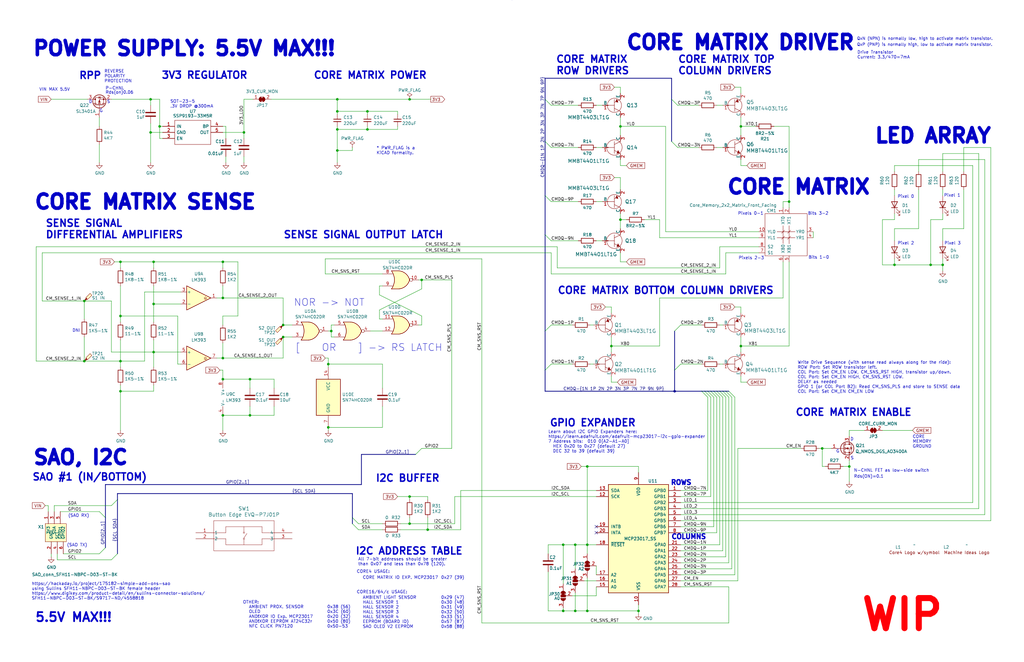
<source format=kicad_sch>
(kicad_sch (version 20231120) (generator "eeschema") (generator_version "8.0")
  (paper "B")
  (title_block (title "SAO Core4") (date "2024-08-31") (rev "0.2") (company "Concept and design by Andy Geppert @ www.MachineIdeas.com") (comment 2 "Visit www.Core64.io for information on assembly and optional features.") (comment 4 "All non-polarized capacitors are X7R or X5R ceramic unless otherwise noted."))
  (bus_alias "CA_SHIFT_REGISTER_BUS" (members "CM_SR_CLK" "CM_SR_LAT" "CM_SR_~{OE}" "CM_SR_SER1"))
  (bus_alias "CM_TRANSISTOR_DRIVE_BUS" (members "CM_Q1N" "CM_Q1P" "CM_Q2N" "CM_Q2P" "CM_Q3N" "CM_Q3P" "CM_Q4N" "CM_Q4P" "CM_Q5N" "CM_Q5P" "CM_Q6N" "CM_Q6P" "CM_Q7N" "CM_Q7P" "CM_Q8N" "CM_Q8P" "CM_Q9N" "CM_Q9P" "CM_Q10N" "CM_Q10P" "CA_SR_GPO_A" "CA_SR_GPO_B" "CA_SR_GPO_C" "CA_SR_GPO_D"))
  (bus_alias "GPIO_CPS_BUS" (members "GPIO1_CP1_SAO1" "GPIO2_CP2_SAO2" "GPIO3_CP3_DC" "GPIO4_CP4_CS2" "GPIO5_CP5_HS1" "GPIO6_CP6_HS2" "GPIO7_CP7_HS3" "GPIO8_CP8_HS4"))
  (bus_alias "I2C_3V3_BUS" (members "I2C_3V3_SCL" "I2C_3V3_SDA"))
  (bus_alias "SPI_3V3_BUS" (members "SPI_CD" "SPI_RESET" "SPI_SDI" "SPI_CS1" "SPI_CLK" "SPI_SDO"))
  (junction (at 63.5 55.88))
  (junction (at 142.24 54.61))
  (junction (at 237.49 257.81))
  (junction (at 392.43 111.76))
  (junction (at 105.41 175.26))
  (junction (at 35.56 127))
  (junction (at 93.98 175.26))
  (junction (at 154.94 46.99))
  (junction (at 64.77 128.27))
  (junction (at 93.98 125.73))
  (junction (at 50.8 165.1))
  (junction (at 242.57 229.87))
  (junction (at 142.24 41.91))
  (junction (at 64.77 148.59))
  (junction (at 35.56 152.4))
  (junction (at 247.65 196.85))
  (junction (at 119.38 137.16))
  (junction (at 138.43 153.67))
  (junction (at 332.74 85.09))
  (junction (at 397.51 111.76))
  (junction (at 93.98 110.49))
  (junction (at 93.98 151.13))
  (junction (at 102.87 55.88))
  (junction (at 139.7 139.7))
  (junction (at 358.14 196.85))
  (junction (at 284.48 165.1))
  (junction (at 247.65 257.81))
  (junction (at 142.24 63.5))
  (junction (at 377.19 111.76))
  (junction (at 50.8 152.4))
  (junction (at 180.34 223.52))
  (junction (at 50.8 133.35))
  (junction (at 64.77 110.49))
  (junction (at 237.49 229.87))
  (junction (at 312.42 146.05))
  (junction (at 257.81 146.05))
  (junction (at 138.43 180.34))
  (junction (at 142.24 46.99))
  (junction (at 242.57 257.81))
  (junction (at 261.62 92.71))
  (junction (at 105.41 160.02))
  (junction (at 172.72 209.55))
  (junction (at 93.98 160.02))
  (junction (at 172.72 220.98))
  (junction (at 172.72 41.91))
  (junction (at 247.65 229.87))
  (junction (at 63.5 41.91))
  (junction (at 269.24 257.81))
  (junction (at 177.8 118.11))
  (junction (at 154.94 54.61))
  (junction (at 312.42 53.34))
  (junction (at 346.71 189.23))
  (junction (at 67.31 53.34))
  (junction (at 261.62 53.34))
  (junction (at 119.38 142.24))
  (junction (at 50.8 110.49))
  (no_connect (at 251.46 224.79))
  (no_connect (at 251.46 222.25))
  (bus_entry (at 148.59 218.44) (size 2.54 2.54))
  (bus_entry (at 148.59 220.98) (size 2.54 2.54))
  (bus_entry (at 284.48 156.21) (size 2.54 -2.54))
  (bus_entry (at 284.48 139.7) (size 2.54 -2.54))
  (bus_entry (at 175.26 191.77) (size 2.54 -2.54))
  (bus_entry (at 300.99 165.1) (size 2.54 2.54))
  (bus_entry (at 46.99 213.36) (size 2.54 -2.54))
  (bus_entry (at 302.26 165.1) (size 2.54 2.54))
  (bus_entry (at 229.87 41.91) (size 2.54 2.54))
  (bus_entry (at 229.87 59.69) (size 2.54 2.54))
  (bus_entry (at 232.41 137.16) (size -2.54 2.54))
  (bus_entry (at 232.41 153.67) (size -2.54 2.54))
  (bus_entry (at 304.8 165.1) (size 2.54 2.54))
  (bus_entry (at 303.53 165.1) (size 2.54 2.54))
  (bus_entry (at 306.07 165.1) (size 2.54 2.54))
  (bus_entry (at 307.34 165.1) (size 2.54 2.54))
  (bus_entry (at 44.45 218.44) (size -2.54 -2.54))
  (bus_entry (at 297.18 165.1) (size 2.54 2.54))
  (bus_entry (at 229.87 99.06) (size 2.54 2.54))
  (bus_entry (at 229.87 82.55) (size 2.54 2.54))
  (bus_entry (at 41.91 233.68) (size 2.54 -2.54))
  (bus_entry (at 46.99 236.22) (size 2.54 -2.54))
  (bus_entry (at 298.45 165.1) (size 2.54 2.54))
  (bus_entry (at 283.21 59.69) (size 2.54 2.54))
  (bus_entry (at 295.91 165.1) (size 2.54 2.54))
  (bus_entry (at 299.72 165.1) (size 2.54 2.54))
  (bus_entry (at 283.21 41.91) (size 2.54 2.54))
  (wire (pts (xy 332.74 85.09) (xy 332.74 87.63)))
  (wire (pts (xy 312.42 49.53) (xy 312.42 53.34)))
  (wire (pts (xy 154.94 46.99) (xy 167.64 46.99)))
  (wire (pts (xy 93.98 113.03) (xy 93.98 110.49)))
  (wire (pts (xy 93.98 133.35) (xy 100.33 133.35)))
  (wire (pts (xy 251.46 101.6) (xy 254 101.6)))
  (wire (pts (xy 168.91 223.52) (xy 180.34 223.52)))
  (wire (pts (xy 151.13 223.52) (xy 161.29 223.52)))
  (wire (pts (xy 397.51 64.77) (xy 397.51 72.39)))
  (wire (pts (xy 358.14 196.85) (xy 358.14 203.2)))
  (wire (pts (xy 137.16 109.22) (xy 137.16 115.57)))
  (wire (pts (xy 26.67 233.68) (xy 41.91 233.68)))
  (wire (pts (xy 24.13 236.22) (xy 24.13 233.68)))
  (wire (pts (xy 342.9 97.79) (xy 342.9 100.33)))
  (wire (pts (xy 261.62 67.31) (xy 261.62 69.85)))
  (wire (pts (xy 64.77 143.51) (xy 64.77 148.59)))
  (wire (pts (xy 177.8 137.16) (xy 177.8 133.35)))
  (wire (pts (xy 278.13 100.33) (xy 320.04 100.33)))
  (wire (pts (xy 248.92 137.16) (xy 250.19 137.16)))
  (wire (pts (xy 377.19 111.76) (xy 392.43 111.76)))
  (wire (pts (xy 311.15 189.23) (xy 311.15 245.11)))
  (wire (pts (xy 50.8 133.35) (xy 50.8 135.89)))
  (wire (pts (xy 303.53 104.14) (xy 320.04 104.14)))
  (wire (pts (xy 271.78 92.71) (xy 278.13 92.71)))
  (wire (pts (xy 161.29 153.67) (xy 161.29 163.83)))
  (wire (pts (xy 138.43 181.61) (xy 138.43 180.34)))
  (wire (pts (xy 142.24 46.99) (xy 154.94 46.99)))
  (wire (pts (xy 60.96 123.19) (xy 60.96 152.4)))
  (wire (pts (xy 372.11 181.61) (xy 384.81 181.61)))
  (wire (pts (xy 278.13 125.73) (xy 330.2 125.73)))
  (wire (pts (xy 261.62 92.71) (xy 264.16 92.71)))
  (bus (pts (xy 229.87 41.91) (xy 229.87 59.69)))
  (wire (pts (xy 330.2 87.63) (xy 330.2 85.09)))
  (wire (pts (xy 231.14 257.81) (xy 231.14 241.3)))
  (wire (pts (xy 397.51 96.52) (xy 397.51 101.6)))
  (wire (pts (xy 19.05 213.36) (xy 20.32 213.36)))
  (wire (pts (xy 232.41 115.57) (xy 306.07 115.57)))
  (wire (pts (xy 172.72 218.44) (xy 172.72 220.98)))
  (wire (pts (xy 261.62 92.71) (xy 261.62 96.52)))
  (wire (pts (xy 194.31 207.01) (xy 251.46 207.01)))
  (wire (pts (xy 303.53 153.67) (xy 304.8 153.67)))
  (wire (pts (xy 406.4 96.52) (xy 406.4 80.01)))
  (wire (pts (xy 102.87 55.88) (xy 102.87 58.42)))
  (bus (pts (xy 229.87 139.7) (xy 229.87 156.21)))
  (wire (pts (xy 306.07 106.68) (xy 320.04 106.68)))
  (wire (pts (xy 138.43 153.67) (xy 161.29 153.67)))
  (wire (pts (xy 306.07 234.95) (xy 306.07 167.64)))
  (wire (pts (xy 148.59 62.23) (xy 148.59 63.5)))
  (wire (pts (xy 154.94 46.99) (xy 154.94 48.26)))
  (wire (pts (xy 93.98 175.26) (xy 105.41 175.26)))
  (wire (pts (xy 358.14 194.31) (xy 358.14 196.85)))
  (wire (pts (xy 355.6 196.85) (xy 358.14 196.85)))
  (wire (pts (xy 377.19 96.52) (xy 387.35 96.52)))
  (wire (pts (xy 35.56 127) (xy 35.56 134.62)))
  (wire (pts (xy 346.71 189.23) (xy 350.52 189.23)))
  (wire (pts (xy 172.72 220.98) (xy 191.77 220.98)))
  (wire (pts (xy 232.41 85.09) (xy 243.84 85.09)))
  (wire (pts (xy 50.8 152.4) (xy 50.8 154.94)))
  (bus (pts (xy 304.8 165.1) (xy 306.07 165.1)))
  (wire (pts (xy 261.62 53.34) (xy 261.62 57.15)))
  (wire (pts (xy 309.88 129.54) (xy 312.42 129.54)))
  (wire (pts (xy 234.95 113.03) (xy 234.95 104.14)))
  (wire (pts (xy 142.24 63.5) (xy 148.59 63.5)))
  (wire (pts (xy 156.21 139.7) (xy 161.29 139.7)))
  (wire (pts (xy 67.31 41.91) (xy 67.31 53.34)))
  (wire (pts (xy 176.53 118.11) (xy 177.8 118.11)))
  (wire (pts (xy 417.83 62.23) (xy 417.83 219.71)))
  (wire (pts (xy 139.7 139.7) (xy 139.7 137.16)))
  (wire (pts (xy 303.53 113.03) (xy 303.53 104.14)))
  (wire (pts (xy 285.75 62.23) (xy 294.64 62.23)))
  (wire (pts (xy 257.81 161.29) (xy 260.35 161.29)))
  (bus (pts (xy 148.59 208.28) (xy 148.59 218.44)))
  (wire (pts (xy 312.42 53.34) (xy 312.42 57.15)))
  (wire (pts (xy 67.31 58.42) (xy 68.58 58.42)))
  (bus (pts (xy 283.21 41.91) (xy 283.21 59.69)))
  (wire (pts (xy 287.02 207.01) (xy 298.45 207.01)))
  (wire (pts (xy 312.42 146.05) (xy 332.74 146.05)))
  (bus (pts (xy 152.4 191.77) (xy 175.26 191.77)))
  (wire (pts (xy 64.77 120.65) (xy 64.77 128.27)))
  (wire (pts (xy 232.41 101.6) (xy 243.84 101.6)))
  (wire (pts (xy 119.38 142.24) (xy 123.19 142.24)))
  (wire (pts (xy 287.02 245.11) (xy 311.15 245.11)))
  (wire (pts (xy 177.8 118.11) (xy 190.5 118.11)))
  (wire (pts (xy 377.19 80.01) (xy 377.19 82.55)))
  (wire (pts (xy 50.8 110.49) (xy 64.77 110.49)))
  (wire (pts (xy 412.75 214.63) (xy 412.75 64.77)))
  (wire (pts (xy 300.99 167.64) (xy 300.99 222.25)))
  (wire (pts (xy 246.38 245.11) (xy 251.46 245.11)))
  (wire (pts (xy 287.02 247.65) (xy 307.34 247.65)))
  (bus (pts (xy 306.07 165.1) (xy 307.34 165.1)))
  (wire (pts (xy 15.24 104.14) (xy 234.95 104.14)))
  (wire (pts (xy 93.98 160.02) (xy 93.98 156.21)))
  (wire (pts (xy 177.8 118.11) (xy 177.8 121.92)))
  (wire (pts (xy 311.15 189.23) (xy 337.82 189.23)))
  (wire (pts (xy 172.72 41.91) (xy 181.61 41.91)))
  (wire (pts (xy 142.24 41.91) (xy 172.72 41.91)))
  (wire (pts (xy 180.34 218.44) (xy 180.34 223.52)))
  (wire (pts (xy 191.77 209.55) (xy 191.77 220.98)))
  (wire (pts (xy 64.77 113.03) (xy 64.77 110.49)))
  (wire (pts (xy 35.56 152.4) (xy 50.8 152.4)))
  (wire (pts (xy 105.41 160.02) (xy 115.57 160.02)))
  (wire (pts (xy 105.41 160.02) (xy 105.41 163.83)))
  (wire (pts (xy 287.02 137.16) (xy 295.91 137.16)))
  (wire (pts (xy 22.86 213.36) (xy 22.86 215.9)))
  (wire (pts (xy 237.49 229.87) (xy 237.49 246.38)))
  (wire (pts (xy 93.98 175.26) (xy 93.98 181.61)))
  (wire (pts (xy 167.64 54.61) (xy 167.64 53.34)))
  (wire (pts (xy 377.19 96.52) (xy 377.19 101.6)))
  (wire (pts (xy 237.49 229.87) (xy 242.57 229.87)))
  (wire (pts (xy 261.62 80.01) (xy 261.62 74.93)))
  (wire (pts (xy 312.42 142.24) (xy 312.42 146.05)))
  (wire (pts (xy 95.25 66.04) (xy 95.25 68.58)))
  (wire (pts (xy 74.93 153.67) (xy 76.2 153.67)))
  (wire (pts (xy 119.38 125.73) (xy 119.38 137.16)))
  (wire (pts (xy 190.5 118.11) (xy 190.5 189.23)))
  (wire (pts (xy 242.57 250.19) (xy 242.57 257.81)))
  (wire (pts (xy 287.02 237.49) (xy 307.34 237.49)))
  (wire (pts (xy 91.44 125.73) (xy 93.98 125.73)))
  (wire (pts (xy 232.41 153.67) (xy 241.3 153.67)))
  (wire (pts (xy 312.42 67.31) (xy 312.42 69.85)))
  (wire (pts (xy 114.3 41.91) (xy 142.24 41.91)))
  (wire (pts (xy 237.49 257.81) (xy 242.57 257.81)))
  (bus (pts (xy 229.87 165.1) (xy 284.48 165.1)))
  (wire (pts (xy 46.99 127) (xy 46.99 148.59)))
  (wire (pts (xy 287.02 242.57) (xy 309.88 242.57)))
  (wire (pts (xy 95.25 53.34) (xy 95.25 58.42)))
  (wire (pts (xy 46.99 41.91) (xy 63.5 41.91)))
  (wire (pts (xy 245.11 196.85) (xy 247.65 196.85)))
  (wire (pts (xy 377.19 109.22) (xy 377.19 111.76)))
  (wire (pts (xy 358.14 181.61) (xy 364.49 181.61)))
  (wire (pts (xy 232.41 44.45) (xy 243.84 44.45)))
  (wire (pts (xy 287.02 212.09) (xy 410.21 212.09)))
  (wire (pts (xy 76.2 123.19) (xy 60.96 123.19)))
  (wire (pts (xy 64.77 128.27) (xy 76.2 128.27)))
  (wire (pts (xy 139.7 139.7) (xy 139.7 142.24)))
  (wire (pts (xy 397.51 92.71) (xy 392.43 92.71)))
  (wire (pts (xy 287.02 214.63) (xy 412.75 214.63)))
  (wire (pts (xy 303.53 167.64) (xy 303.53 229.87)))
  (wire (pts (xy 257.81 132.08) (xy 257.81 129.54)))
  (wire (pts (xy 287.02 222.25) (xy 300.99 222.25)))
  (wire (pts (xy 60.96 152.4) (xy 50.8 152.4)))
  (wire (pts (xy 231.14 257.81) (xy 237.49 257.81)))
  (wire (pts (xy 247.65 257.81) (xy 269.24 257.81)))
  (wire (pts (xy 377.19 72.39) (xy 377.19 69.85)))
  (wire (pts (xy 257.81 158.75) (xy 257.81 161.29)))
  (wire (pts (xy 203.2 109.22) (xy 137.16 109.22)))
  (polyline (pts (xy 215.9 -431.8) (xy 215.9 -152.4)) (stroke (width 0) (type dash)))
  (wire (pts (xy 15.24 152.4) (xy 35.56 152.4)))
  (bus (pts (xy 297.18 165.1) (xy 298.45 165.1)))
  (wire (pts (xy 377.19 92.71) (xy 372.11 92.71)))
  (wire (pts (xy 417.83 62.23) (xy 406.4 62.23)))
  (wire (pts (xy 63.5 55.88) (xy 68.58 55.88)))
  (wire (pts (xy 50.8 143.51) (xy 50.8 152.4)))
  (wire (pts (xy 194.31 207.01) (xy 194.31 223.52)))
  (wire (pts (xy 247.65 196.85) (xy 269.24 196.85)))
  (wire (pts (xy 304.8 232.41) (xy 304.8 167.64)))
  (wire (pts (xy 64.77 110.49) (xy 93.98 110.49)))
  (wire (pts (xy 41.91 49.53) (xy 41.91 53.34)))
  (wire (pts (xy 248.92 153.67) (xy 250.19 153.67)))
  (wire (pts (xy 261.62 53.34) (xy 280.67 53.34)))
  (wire (pts (xy 287.02 234.95) (xy 306.07 234.95)))
  (wire (pts (xy 191.77 209.55) (xy 251.46 209.55)))
  (wire (pts (xy 105.41 171.45) (xy 105.41 175.26)))
  (wire (pts (xy 261.62 110.49) (xy 264.16 110.49)))
  (wire (pts (xy 280.67 53.34) (xy 280.67 97.79)))
  (wire (pts (xy 17.78 127) (xy 35.56 127)))
  (wire (pts (xy 309.88 242.57) (xy 309.88 167.64)))
  (wire (pts (xy 203.2 262.89) (xy 307.34 262.89)))
  (bus (pts (xy 229.87 33.02) (xy 283.21 33.02)))
  (wire (pts (xy 93.98 55.88) (xy 102.87 55.88)))
  (wire (pts (xy 119.38 137.16) (xy 123.19 137.16)))
  (wire (pts (xy 22.86 213.36) (xy 46.99 213.36)))
  (wire (pts (xy 387.35 67.31) (xy 387.35 72.39)))
  (wire (pts (xy 251.46 251.46) (xy 251.46 247.65)))
  (wire (pts (xy 172.72 209.55) (xy 172.72 210.82)))
  (wire (pts (xy 161.29 180.34) (xy 138.43 180.34)))
  (wire (pts (xy 302.26 62.23) (xy 304.8 62.23)))
  (wire (pts (xy 102.87 66.04) (xy 102.87 68.58)))
  (wire (pts (xy 387.35 96.52) (xy 387.35 80.01)))
  (wire (pts (xy 392.43 111.76) (xy 397.51 111.76)))
  (wire (pts (xy 160.02 120.65) (xy 161.29 120.65)))
  (wire (pts (xy 177.8 189.23) (xy 190.5 189.23)))
  (wire (pts (xy 312.42 53.34) (xy 318.77 53.34)))
  (wire (pts (xy 237.49 256.54) (xy 237.49 257.81)))
  (wire (pts (xy 257.81 146.05) (xy 257.81 148.59)))
  (bus (pts (xy 284.48 165.1) (xy 295.91 165.1)))
  (wire (pts (xy 154.94 54.61) (xy 167.64 54.61)))
  (wire (pts (xy 138.43 151.13) (xy 137.16 151.13)))
  (wire (pts (xy 307.34 237.49) (xy 307.34 167.64)))
  (bus (pts (xy 44.45 204.47) (xy 152.4 204.47)))
  (bus (pts (xy 229.87 99.06) (xy 229.87 139.7)))
  (wire (pts (xy 397.51 96.52) (xy 406.4 96.52)))
  (wire (pts (xy 415.29 67.31) (xy 415.29 217.17)))
  (bus (pts (xy 303.53 165.1) (xy 304.8 165.1)))
  (wire (pts (xy 397.51 90.17) (xy 397.51 92.71)))
  (wire (pts (xy 312.42 158.75) (xy 312.42 161.29)))
  (wire (pts (xy 95.25 53.34) (xy 93.98 53.34)))
  (wire (pts (xy 17.78 106.68) (xy 232.41 106.68)))
  (wire (pts (xy 312.42 39.37) (xy 312.42 36.83)))
  (bus (pts (xy 284.48 156.21) (xy 284.48 165.1)))
  (wire (pts (xy 154.94 54.61) (xy 154.94 53.34)))
  (wire (pts (xy 160.02 134.62) (xy 161.29 134.62)))
  (wire (pts (xy 415.29 67.31) (xy 387.35 67.31)))
  (bus (pts (xy 229.87 59.69) (xy 229.87 82.55)))
  (wire (pts (xy 307.34 247.65) (xy 307.34 262.89)))
  (wire (pts (xy 287.02 224.79) (xy 302.26 224.79)))
  (wire (pts (xy 377.19 92.71) (xy 377.19 90.17)))
  (wire (pts (xy 172.72 209.55) (xy 180.34 209.55)))
  (wire (pts (xy 247.65 229.87) (xy 247.65 233.68)))
  (wire (pts (xy 64.77 128.27) (xy 64.77 135.89)))
  (wire (pts (xy 278.13 92.71) (xy 278.13 100.33)))
  (wire (pts (xy 242.57 229.87) (xy 242.57 240.03)))
  (wire (pts (xy 287.02 240.03) (xy 308.61 240.03)))
  (wire (pts (xy 63.5 44.45) (xy 63.5 41.91)))
  (wire (pts (xy 41.91 60.96) (xy 41.91 68.58)))
  (wire (pts (xy 332.74 110.49) (xy 332.74 146.05)))
  (wire (pts (xy 234.95 113.03) (xy 303.53 113.03)))
  (wire (pts (xy 93.98 156.21) (xy 92.71 156.21)))
  (wire (pts (xy 269.24 257.81) (xy 269.24 259.08)))
  (wire (pts (xy 247.65 243.84) (xy 247.65 257.81)))
  (wire (pts (xy 406.4 72.39) (xy 406.4 62.23)))
  (wire (pts (xy 257.81 146.05) (xy 278.13 146.05)))
  (wire (pts (xy 287.02 153.67) (xy 295.91 153.67)))
  (wire (pts (xy 299.72 209.55) (xy 299.72 167.64)))
  (wire (pts (xy 231.14 229.87) (xy 237.49 229.87)))
  (wire (pts (xy 142.24 54.61) (xy 142.24 53.34)))
  (bus (pts (xy 44.45 231.14) (xy 44.45 218.44)))
  (wire (pts (xy 160.02 124.46) (xy 160.02 120.65)))
  (wire (pts (xy 93.98 133.35) (xy 93.98 137.16)))
  (bus (pts (xy 299.72 165.1) (xy 300.99 165.1)))
  (wire (pts (xy 63.5 52.07) (xy 63.5 55.88)))
  (bus (pts (xy 298.45 165.1) (xy 299.72 165.1)))
  (wire (pts (xy 302.26 44.45) (xy 304.8 44.45)))
  (wire (pts (xy 330.2 85.09) (xy 332.74 85.09)))
  (wire (pts (xy 21.59 41.91) (xy 36.83 41.91)))
  (bus (pts (xy 152.4 191.77) (xy 152.4 204.47)))
  (wire (pts (xy 177.8 121.92) (xy 160.02 130.81)))
  (wire (pts (xy 63.5 41.91) (xy 67.31 41.91)))
  (wire (pts (xy 332.74 53.34) (xy 332.74 85.09)))
  (wire (pts (xy 346.71 189.23) (xy 346.71 196.85)))
  (wire (pts (xy 105.41 175.26) (xy 115.57 175.26)))
  (wire (pts (xy 392.43 92.71) (xy 392.43 111.76)))
  (wire (pts (xy 306.07 106.68) (xy 306.07 115.57)))
  (wire (pts (xy 168.91 220.98) (xy 172.72 220.98)))
  (wire (pts (xy 142.24 46.99) (xy 142.24 48.26)))
  (bus (pts (xy 283.21 33.02) (xy 283.21 41.91)))
  (wire (pts (xy 102.87 41.91) (xy 106.68 41.91)))
  (wire (pts (xy 247.65 196.85) (xy 247.65 229.87)))
  (wire (pts (xy 358.14 181.61) (xy 358.14 184.15)))
  (wire (pts (xy 74.93 133.35) (xy 74.93 153.67)))
  (wire (pts (xy 269.24 255.27) (xy 269.24 257.81)))
  (wire (pts (xy 269.24 196.85) (xy 269.24 199.39)))
  (wire (pts (xy 177.8 133.35) (xy 160.02 124.46)))
  (polyline (pts (xy 205.74 -431.8) (xy 205.74 -152.4)) (stroke (width 0) (type dash)))
  (wire (pts (xy 309.88 36.83) (xy 312.42 36.83)))
  (wire (pts (xy 50.8 120.65) (xy 50.8 133.35)))
  (bus (pts (xy 295.91 165.1) (xy 297.18 165.1)))
  (wire (pts (xy 372.11 111.76) (xy 377.19 111.76)))
  (wire (pts (xy 261.62 106.68) (xy 261.62 110.49)))
  (wire (pts (xy 67.31 53.34) (xy 68.58 53.34)))
  (wire (pts (xy 287.02 209.55) (xy 299.72 209.55)))
  (wire (pts (xy 17.78 127) (xy 17.78 106.68)))
  (polyline (pts (xy 215.9 -152.4) (xy 215.9 0)) (stroke (width 0) (type dash)))
  (wire (pts (xy 50.8 162.56) (xy 50.8 165.1)))
  (wire (pts (xy 35.56 127) (xy 46.99 127)))
  (wire (pts (xy 251.46 85.09) (xy 254 85.09)))
  (wire (pts (xy 287.02 219.71) (xy 417.83 219.71)))
  (wire (pts (xy 21.59 234.95) (xy 21.59 233.68)))
  (bus (pts (xy 49.53 208.28) (xy 49.53 210.82)))
  (wire (pts (xy 259.08 36.83) (xy 261.62 36.83)))
  (wire (pts (xy 257.81 142.24) (xy 257.81 146.05)))
  (wire (pts (xy 142.24 63.5) (xy 142.24 68.58)))
  (wire (pts (xy 242.57 257.81) (xy 247.65 257.81)))
  (wire (pts (xy 280.67 97.79) (xy 320.04 97.79)))
  (bus (pts (xy 303.53 165.1) (xy 302.26 165.1)))
  (wire (pts (xy 261.62 90.17) (xy 261.62 92.71)))
  (wire (pts (xy 137.16 115.57) (xy 161.29 115.57)))
  (wire (pts (xy 232.41 106.68) (xy 232.41 115.57)))
  (wire (pts (xy 326.39 53.34) (xy 332.74 53.34)))
  (wire (pts (xy 138.43 139.7) (xy 139.7 139.7)))
  (wire (pts (xy 247.65 229.87) (xy 251.46 229.87)))
  (wire (pts (xy 46.99 148.59) (xy 64.77 148.59)))
  (bus (pts (xy 148.59 218.44) (xy 148.59 220.98)))
  (bus (pts (xy 49.53 208.28) (xy 148.59 208.28)))
  (wire (pts (xy 251.46 44.45) (xy 254 44.45)))
  (wire (pts (xy 138.43 153.67) (xy 138.43 154.94)))
  (wire (pts (xy 259.08 74.93) (xy 261.62 74.93)))
  (wire (pts (xy 232.41 62.23) (xy 243.84 62.23)))
  (wire (pts (xy 397.51 109.22) (xy 397.51 111.76)))
  (wire (pts (xy 312.42 69.85) (xy 314.96 69.85)))
  (wire (pts (xy 410.21 212.09) (xy 410.21 69.85)))
  (wire (pts (xy 180.34 223.52) (xy 194.31 223.52)))
  (wire (pts (xy 312.42 132.08) (xy 312.42 129.54)))
  (wire (pts (xy 255.27 129.54) (xy 257.81 129.54)))
  (wire (pts (xy 241.3 251.46) (xy 251.46 251.46)))
  (wire (pts (xy 50.8 165.1) (xy 64.77 165.1)))
  (wire (pts (xy 278.13 146.05) (xy 278.13 125.73)))
  (wire (pts (xy 50.8 133.35) (xy 74.93 133.35)))
  (wire (pts (xy 93.98 120.65) (xy 93.98 125.73)))
  (wire (pts (xy 138.43 151.13) (xy 138.43 153.67)))
  (wire (pts (xy 91.44 151.13) (xy 93.98 151.13)))
  (wire (pts (xy 142.24 41.91) (xy 142.24 46.99)))
  (wire (pts (xy 330.2 125.73) (xy 330.2 110.49)))
  (wire (pts (xy 203.2 109.22) (xy 203.2 262.89)))
  (wire (pts (xy 285.75 44.45) (xy 294.64 44.45)))
  (wire (pts (xy 410.21 69.85) (xy 377.19 69.85)))
  (wire (pts (xy 302.26 167.64) (xy 302.26 224.79)))
  (wire (pts (xy 167.64 209.55) (xy 172.72 209.55)))
  (wire (pts (xy 397.51 111.76) (xy 397.51 114.3)))
  (bus (pts (xy 284.48 139.7) (xy 284.48 156.21)))
  (wire (pts (xy 93.98 125.73) (xy 119.38 125.73)))
  (bus (pts (xy 49.53 210.82) (xy 49.53 233.68)))
  (wire (pts (xy 115.57 160.02) (xy 115.57 163.83)))
  (wire (pts (xy 287.02 232.41) (xy 304.8 232.41)))
  (bus (pts (xy 229.87 82.55) (xy 229.87 99.06)))
  (wire (pts (xy 142.24 54.61) (xy 142.24 63.5)))
  (wire (pts (xy 15.24 152.4) (xy 15.24 104.14)))
  (wire (pts (xy 63.5 55.88) (xy 63.5 68.58)))
  (wire (pts (xy 115.57 175.26) (xy 115.57 171.45)))
  (wire (pts (xy 151.13 220.98) (xy 161.29 220.98)))
  (wire (pts (xy 93.98 110.49) (xy 100.33 110.49)))
  (wire (pts (xy 261.62 49.53) (xy 261.62 53.34)))
  (wire (pts (xy 93.98 160.02) (xy 105.41 160.02)))
  (wire (pts (xy 50.8 165.1) (xy 50.8 181.61)))
  (wire (pts (xy 345.44 189.23) (xy 346.71 189.23)))
  (polyline (pts (xy 261.62 -8.89) (xy 437.515 -8.89)))
  (wire (pts (xy 372.11 92.71) (xy 372.11 111.76)))
  (wire (pts (xy 93.98 151.13) (xy 119.38 151.13)))
  (wire (pts (xy 161.29 171.45) (xy 161.29 180.34)))
  (wire (pts (xy 50.8 110.49) (xy 50.8 113.03)))
  (wire (pts (xy 347.98 196.85) (xy 346.71 196.85)))
  (wire (pts (xy 139.7 137.16) (xy 140.97 137.16)))
  (polyline (pts (xy 226.06 -431.8) (xy 226.06 -152.4)) (stroke (width 0) (type dash)))
  (wire (pts (xy 312.42 161.29) (xy 314.96 161.29)))
  (wire (pts (xy 397.51 80.01) (xy 397.51 82.55)))
  (wire (pts (xy 261.62 69.85) (xy 264.16 69.85)))
  (wire (pts (xy 64.77 148.59) (xy 64.77 154.94)))
  (wire (pts (xy 232.41 137.16) (xy 241.3 137.16)))
  (wire (pts (xy 100.33 133.35) (xy 100.33 110.49)))
  (wire (pts (xy 287.02 217.17) (xy 415.29 217.17)))
  (wire (pts (xy 308.61 167.64) (xy 308.61 240.03)))
  (wire (pts (xy 287.02 229.87) (xy 303.53 229.87)))
  (wire (pts (xy 139.7 142.24) (xy 140.97 142.24)))
  (wire (pts (xy 312.42 146.05) (xy 312.42 148.59)))
  (wire (pts (xy 119.38 142.24) (xy 119.38 151.13)))
  (wire (pts (xy 142.24 54.61) (xy 154.94 54.61)))
  (wire (pts (xy 261.62 39.37) (xy 261.62 36.83)))
  (wire (pts (xy 251.46 242.57) (xy 251.46 238.76)))
  (wire (pts (xy 67.31 53.34) (xy 67.31 58.42)))
  (bus (pts (xy 302.26 165.1) (xy 300.99 165.1)))
  (wire (pts (xy 167.64 46.99) (xy 167.64 48.26)))
  (wire (pts (xy 102.87 41.91) (xy 102.87 55.88)))
  (wire (pts (xy 160.02 130.81) (xy 160.02 134.62)))
  (wire (pts (xy 231.14 229.87) (xy 231.14 233.68)))
  (wire (pts (xy 180.34 209.55) (xy 180.34 210.82)))
  (wire (pts (xy 298.45 207.01) (xy 298.45 167.64)))
  (wire (pts (xy 64.77 162.56) (xy 64.77 165.1)))
  (bus (pts (xy 44.45 204.47) (xy 44.45 218.44)))
  (wire (pts (xy 24.13 236.22) (xy 46.99 236.22)))
  (bus (pts (xy 229.87 156.21) (xy 229.87 165.1)))
  (wire (pts (xy 242.57 229.87) (xy 247.65 229.87)))
  (wire (pts (xy 35.56 142.24) (xy 35.56 152.4)))
  (wire (pts (xy 303.53 137.16) (xy 304.8 137.16)))
  (wire (pts (xy 251.46 62.23) (xy 254 62.23)))
  (wire (pts (xy 412.75 64.77) (xy 397.51 64.77)))
  (bus (pts (xy 229.87 33.02) (xy 229.87 41.91)))
  (wire (pts (xy 48.26 110.49) (xy 50.8 110.49)))
  (wire (pts (xy 20.32 213.36) (xy 20.32 215.9)))
  (wire (pts (xy 176.53 137.16) (xy 177.8 137.16)))
  (wire (pts (xy 64.77 148.59) (xy 76.2 148.59)))
  (wire (pts (xy 25.4 215.9) (xy 41.91 215.9)))
  (wire (pts (xy 93.98 144.78) (xy 93.98 151.13)))
  (text "Bits 1-0" (at 340.868 109.474 0) (effects (font (size 1.27 1.27)) (justify left bottom)))
  (text "Pixel 0" (at 378.46 83.82 0) (effects (font (size 1.27 1.27)) (justify left bottom)))
  (text "QxP (PNP) is normally high, low to activate matrix transistor." (at 361.315 19.685 0) (effects (font (size 1.1938 1.1938)) (justify left bottom)))
  (text "NOR -> NOT" (at 123.825 129.54 0) (effects (font (size 2.9972 2.9972)) (justify left bottom)))
  (text "AMBIENT PROX. SENSOR\nOLED\nAND!XOR IO Exp. MCP23017\nAND!XOR EEPROM AT24C32r\nNFC CLICK PN7120\n" (at 104.902 265.176 0) (effects (font (size 1.27 1.27)) (justify left bottom)))
  (text "https://hackaday.io/project/175182-simple-add-ons-sao\nusing Sullins SFH11-NBPC-D03-ST-BK female header\nhttps://www.digikey.com/product-detail/en/sullins-connector-solutions/\nSFH11-NBPC-D03-ST-BK/S9717-ND/4558818" (at 13.335 253.365 0) (effects (font (size 1.27 1.27)) (justify left bottom)))
  (text "Bits 3-2" (at 340.614 90.932 0) (effects (font (size 1.27 1.27)) (justify left bottom)))
  (text "Shift LED connections up 2 pins, tying B3/4  to 7N/7P. \nThe order will look cleaner, and LED pixel numbering will match GPB numbers." (at 306.578 293.37 0) (effects (font (size 2.54 2.54) (thickness 2.54) (bold yes)) (justify left)))
  (text "CORE\nMEMORY\nGROUND" (at 384.81 189.23 0) (effects (font (size 1.27 1.27)) (justify left bottom)))
  (text "S" (at 45.085 43.815 0) (effects (font (size 1.27 1.27)) (justify left bottom)))
  (text "N-CHNL FET as low-side switch" (at 360.045 199.39 0) (effects (font (size 1.27 1.27)) (justify left bottom)))
  (text "SENSE SIGNAL OUTPUT LATCH" (at 119.38 100.965 0) (effects (font (size 3 3) (thickness 0.5994) (bold yes)) (justify left bottom)))
  (text "[    OR    ] -> RS LATCH" (at 124.46 148.59 0) (effects (font (size 2.9972 2.9972)) (justify left bottom)))
  (text "CORE MATRIX\nROW DRIVERS" (at 234.315 31.75 0) (effects (font (size 3 3) (thickness 0.6) (bold yes)) (justify left bottom)))
  (text "CORE4 USAGE:" (at 150.368 242.062 0) (effects (font (size 1.27 1.27)) (justify left bottom)))
  (text "CORE MATRIX IO EXP. MCP23017" (at 152.908 244.602 0) (effects (font (size 1.27 1.27)) (justify left bottom)))
  (text "Pixels 0-1" (at 311.15 90.932 0) (effects (font (size 1.27 1.27)) (justify left bottom)))
  (text "CORE MATRIX BOTTOM COLUMN DRIVERS" (at 234.95 124.46 0) (effects (font (size 3 3) (thickness 0.6) (bold yes)) (justify left bottom)))
  (text "SOT-23-5\n.3V DROP @300mA" (at 71.755 45.72 0) (effects (font (size 1.27 1.27)) (justify left bottom)))
  (text "0x29 (47)\n0x30 (48)\n0x31 (49)\n0x32 (50)\n0x33 (51)\n0x57 (87)\n0x58 (88)" (at 185.928 265.303 0) (effects (font (size 1.27 1.27)) (justify left bottom)))
  (text "QxN (NPN) is normally low, high to activate matrix transistor." (at 361.315 17.145 0) (effects (font (size 1.1938 1.1938)) (justify left bottom)))
  (text "ROWS" (at 282.702 204.978 0) (effects (font (size 2.032 2.032) (thickness 0.6) (bold yes)) (justify left bottom)))
  (text "Pixel 2" (at 378.46 103.505 0) (effects (font (size 1.27 1.27)) (justify left bottom)))
  (text "COLUMNS" (at 282.956 227.838 0) (effects (font (size 2.032 2.032) (thickness 0.6) (bold yes)) (justify left bottom)))
  (text "* PWR_FLAG is a\nKiCAD formality." (at 158.75 65.405 0) (effects (font (size 1.27 1.27)) (justify left bottom)))
  (text "Pixel 1" (at 398.018 83.312 0) (effects (font (size 1.27 1.27)) (justify left bottom)))
  (text "GPIO EXPANDER" (at 231.648 180.34 0) (effects (font (size 3 3) (thickness 0.6) (bold yes)) (justify left bottom)))
  (text "Rds(ON)=0.1" (at 360.045 201.93 0) (effects (font (size 1.27 1.27)) (justify left bottom)))
  (text "AMBIENT LIGHT SENSOR\nHALL SENSOR 1\nHALL SENSOR 2\nHALL SENSOR 3\nHALL SENSOR 4\nEEPROM (BOARD ID)\nSAO OLED V2 EEPROM" (at 152.908 265.303 0) (effects (font (size 1.27 1.27)) (justify left bottom)))
  (text "CORE MATRIX ENABLE" (at 335.28 175.895 0) (effects (font (size 3 3) (thickness 0.6) (bold yes)) (justify left bottom)))
  (text "POWER SUPPLY: 5.5V MAX!!!" (at 13.335 24.13 0) (effects (font (size 6 6) (thickness 1.6) (bold yes)) (justify left bottom)))
  (text "Drive Transistor\nCurrent: 3.3/470=7mA" (at 361.442 25.019 0) (effects (font (size 1.27 1.27)) (justify left bottom)))
  (text "CORE MATRIX DRIVER" (at 263.525 21.59 0) (effects (font (size 6 6) (thickness 1.6) (bold yes)) (justify left bottom)))
  (text "CORE MATRIX TOP \nCOLUMN DRIVERS" (at 285.75 31.75 0) (effects (font (size 3 3) (thickness 0.6) (bold yes)) (justify left bottom)))
  (text "Rds(on)0.06" (at 44.45 39.878 0) (effects (font (size 1.27 1.27)) (justify left bottom)))
  (text "5.5V MAX!!!" (at 14.605 262.89 0) (effects (font (size 3.81 3.81) (thickness 0.762) (bold yes)) (justify left bottom)))
  (text "G" (at 352.552 191.262 0) (effects (font (size 1.27 1.27)) (justify left bottom)))
  (text "3V3 REGULATOR" (at 67.945 33.655 0) (effects (font (size 3 3) (thickness 0.6) (bold yes)) (justify left bottom)))
  (text "VIN MAX 5.5V" (at 16.51 38.608 0) (effects (font (size 1.27 1.27)) (justify left bottom)))
  (text "G" (at 41.91 47.625 0) (effects (font (size 1.27 1.27)) (justify left bottom)))
  (text "(SAO TX)" (at 28.194 230.886 0) (effects (font (size 1.27 1.27)) (justify left bottom)))
  (text "S" (at 358.648 194.183 0) (effects (font (size 1.27 1.27)) (justify left bottom)))
  (text "D" (at 37.465 43.815 0) (effects (font (size 1.27 1.27)) (justify left bottom)))
  (text "Write Drive Sequence (with sense read always along for the ride):\nROW Port: Set ROW transistor left.\nCOL Port: Set CM_EN LOW, CM_SNS_RST HIGH, transistor up/down.\nCOL Port: Set CM_EN HIGH, CM_SNS_RST LOW.\nDELAY as needed\nGPIO 1 (or COL Port B2): Read CM_SNS_PLS and store to SENSE data\nCOL Port: Set CM_EN CM_EN LOW\n" (at 336.296 166.116 0) (effects (font (size 1.27 1.27)) (justify left bottom)))
  (text "0x38 (56)\n0x3C (60)\n0x20 (32)\n0x50 (80)\n0x50-53" (at 137.922 265.176 0) (effects (font (size 1.27 1.27)) (justify left bottom)))
  (text "SAO #1 (IN/BOTTOM)" (at 13.462 203.2 0) (effects (font (size 3 3) (thickness 0.6) (bold yes)) (justify left bottom)))
  (text "0x27 (39)" (at 185.928 244.602 0) (effects (font (size 1.27 1.27)) (justify left bottom)))
  (text "SENSE SIGNAL \nDIFFERENTIAL AMPLIFIERS" (at 19.05 100.965 0) (effects (font (size 3 3) (thickness 0.5994) (bold yes)) (justify left bottom)))
  (text "DNI" (at 30.48 140.335 0) (effects (font (size 1.27 1.27)) (justify left bottom)))
  (text "OTHER:" (at 102.362 255.016 0) (effects (font (size 1.27 1.27)) (justify left bottom)))
  (text "REVERSE\nPOLARITY\nPROTECTION" (at 43.942 35.052 0) (effects (font (size 1.27 1.27)) (justify left bottom)))
  (text "WIP" (at 380.492 259.588 0) (effects (font (size 12.7 12.7) (thickness 2.54) (bold yes))))
  (text "I2C BUFFER" (at 158.242 203.708 0) (effects (font (size 3 3) (thickness 0.6) (bold yes)) (justify left bottom)))
  (text "Pixels 2-3" (at 311.404 109.728 0) (effects (font (size 1.27 1.27)) (justify left bottom)))
  (text "CORE MATRIX" (at 306.07 82.55 0) (effects (font (size 6 6) (thickness 1.6) (bold yes)) (justify left bottom)))
  (text "I2C ADDRESS TABLE" (at 149.733 234.442 0) (effects (font (size 2.9972 2.9972) (thickness 0.5994) (bold yes)) (justify left bottom)))
  (text "SAO, I2C" (at 13.462 196.723 0) (effects (font (size 6 6) (thickness 1.6) (bold yes)) (justify left bottom)))
  (text "CORE16/64/c USAGE:" (at 150.368 250.698 0) (effects (font (size 1.27 1.27)) (justify left bottom)))
  (text "D" (at 358.521 186.182 0) (effects (font (size 1.27 1.27)) (justify left bottom)))
  (text "RPP" (at 33.147 33.782 0) (effects (font (size 3 3) (thickness 0.5994) (bold yes)) (justify left bottom)))
  (text "Learn about I2C GPIO Expanders here:\nhttps://learn.adafruit.com/adafruit-mcp23017-i2c-gpio-expander\n7 Address bits:  010 0[A2-A1-A0]\n  HEX 0x20 to 0x27 (default 27)\n  DEC 32 to 39 (default 39)" (at 231.14 191.262 0) (effects (font (size 1.27 1.27)) (justify left bottom)))
  (text "Pixel 3" (at 398.145 103.505 0) (effects (font (size 1.27 1.27)) (justify left bottom)))
  (text "LED ARRAY" (at 368.3 60.96 0) (effects (font (size 6 6) (thickness 1.6) (bold yes)) (justify left bottom)))
  (text "CORE MATRIX SENSE" (at 13.97 88.9 0) (effects (font (size 6 6) (thickness 1.6) (bold yes)) (justify left bottom)))
  (text "CORE MATRIX POWER" (at 132.08 33.655 0) (effects (font (size 3 3) (thickness 0.6) (bold yes)) (justify left bottom)))
  (text "P-CHNL" (at 44.45 38.1 0) (effects (font (size 1.27 1.27)) (justify left bottom)))
  (text "All 7-bit addresses should be greater\nthan 0x07 and less than 0x78 (120)." (at 151.003 238.887 0) (effects (font (size 1.27 1.27)) (justify left bottom)))
  (text "(SAO RX)" (at 28.702 218.44 0) (effects (font (size 1.27 1.27)) (justify left bottom)))
  (label "SDA" (at 28.575 213.36 0))
  (label "CM_SENSE_1_IN" (at 194.31 106.68 180))
  (label "I2C_SCL" (at 232.41 209.55 0))
  (label "YL0" (at 264.16 53.34 0))
  (label "YL1" (at 307.34 100.33 0))
  (label "I2C_SDA" (at 232.41 207.01 0))
  (label "{SCL SDA}" (at 123.19 208.28 0))
  (label "GPIO1" (at 28.575 215.9 0))
  (label "SCL" (at 28.575 236.22 0))
  (label "CM_SNS_RST" (at 203.2 147.955 90))
  (label "CMDQ-3N" (at 285.75 62.23 0))
  (label "CA_SENSE_2_OUT" (at 116.84 125.73 180))
  (label "CMDQ-1N" (at 288.29 229.87 0))
  (label "LED_3" (at 288.29 217.17 0))
  (label "CM_SENSE_2_IN" (at 34.29 152.4 180))
  (label "CMDQ-7P" (at 232.41 44.45 0))
  (label "CM_SENSE_2_IN" (at 287.02 113.03 0))
  (label "LED_2" (at 288.29 214.63 0))
  (label "GPIO2" (at 28.575 233.68 0))
  (label "XT0,1" (at 314.325 53.34 0))
  (label "CA_SENSE_1_OUT" (at 114.935 151.13 180))
  (label "CMDQ-1N" (at 232.41 153.67 0))
  (label "CMDQ-3N" (at 288.29 240.03 0))
  (label "YL0" (at 307.34 97.79 0))
  (label "CMDQ-7N" (at 288.29 207.01 0))
  (label "I2C_SDA" (at 182.88 223.52 0))
  (label "LED_4" (at 288.29 219.71 0))
  (label "YL1" (at 273.05 92.71 0))
  (label "CMDQ-7P" (at 288.29 209.55 0))
  (label "CMDQ-2P" (at 288.29 237.49 0))
  (label "XB1" (at 315.595 146.05 0))
  (label "CM_SNS_RST" (at 248.92 262.89 0))
  (label "CMDQ-2P" (at 287.02 137.16 0))
  (label "3V3_LDO" (at 102.87 44.45 270))
  (label "CMDQ-7N" (at 232.41 62.23 0))
  (label "LED_1" (at 288.29 212.09 0))
  (label "CMDQ-{1N 1P 2N 2P 3N 3P 7N 7P 9N 9P}" (at 229.87 74.93 90))
  (label "CM_SNS_PLS" (at 190.5 148.59 90))
  (label "CMDQ-3P" (at 288.29 242.57 0))
  (label "CM_SENSE_1_IN" (at 287.02 115.57 0))
  (label "GPIO[2..1]" (at 95.25 204.47 0))
  (label "XB0" (at 261.62 146.05 0))
  (label "CMDQ-9P" (at 232.41 85.09 0))
  (label "CMDQ-3P" (at 285.75 44.45 0))
  (label "CM_EN" (at 331.47 189.23 0))
  (label "CM_EN" (at 288.29 245.11 0))
  (label "CM_SENSE_1_IN" (at 34.29 127 180))
  (label "GPIO[2..1]" (at 162.56 191.77 0))
  (label "GPIO[2..1]" (at 44.45 229.87 90))
  (label "CMDQ-2N" (at 288.29 234.95 0))
  (label "CMDQ-9N" (at 232.41 101.6 0))
  (label "GPIO2" (at 179.07 189.23 0))
  (label "CMDQ-1P" (at 288.29 232.41 0))
  (label "CM_SNS_PLS" (at 179.07 118.11 0))
  (label "SDA" (at 152.4 223.52 0))
  (label "SCL" (at 152.4 220.98 0))
  (label "CM_SNS_RST" (at 139.7 115.57 0))
  (label "CMDQ-2N" (at 287.02 153.67 0))
  (label "CM_SNS_RST" (at 203.2 259.08 90))
  (label "CM_SNS_RST" (at 288.29 247.65 0))
  (label "CMDQ-1P" (at 232.41 137.16 0))
  (label "CMDQ-{1N 1P 2N 2P 3N 3P 7N 7P 9N 9P}" (at 237.49 165.1 0))
  (label "I2C_SCL" (at 182.88 220.98 0))
  (label "CMDQ-9N" (at 288.29 222.25 0))
  (label "CM_SENSE_2_IN" (at 194.31 104.14 180))
  (label "CMDQ-9P" (at 288.29 224.79 0))
  (label "{SCL SDA}" (at 49.53 228.6 90))
  (global_label "GMEM" (shape input) (at 384.81 181.61 0) (property "Intersheetrefs" "${INTERSHEET_REFS}" (effects (hide yes))))
  (global_label "3V3" (shape input) (at 259.08 74.93 180) (property "Intersheetrefs" "${INTERSHEET_REFS}" (effects (hide yes))))
  (global_label "3V3" (shape input) (at 309.88 129.54 180) (property "Intersheetrefs" "${INTERSHEET_REFS}" (effects (hide yes))))
  (global_label "VIN" (shape input) (at 19.05 213.36 180) (property "Intersheetrefs" "${INTERSHEET_REFS}" (effects (hide yes))))
  (global_label "GMEM" (shape input) (at 314.96 161.29 0) (property "Intersheetrefs" "${INTERSHEET_REFS}" (effects (hide yes))))
  (global_label "3V3" (shape input) (at 92.71 156.21 180) (property "Intersheetrefs" "${INTERSHEET_REFS}" (effects (hide yes))))
  (global_label "3V3" (shape input) (at 309.88 36.83 180) (property "Intersheetrefs" "${INTERSHEET_REFS}" (effects (hide yes))))
  (global_label "GMEM" (shape input) (at 314.96 69.85 0) (property "Intersheetrefs" "${INTERSHEET_REFS}" (effects (hide yes))))
  (global_label "3V3" (shape input) (at 167.64 209.55 180) (property "Intersheetrefs" "${INTERSHEET_REFS}" (effects (hide yes))))
  (global_label "3V3" (shape input) (at 255.27 129.54 180) (property "Intersheetrefs" "${INTERSHEET_REFS}" (effects (hide yes))))
  (global_label "GMEM" (shape input) (at 260.35 161.29 0) (property "Intersheetrefs" "${INTERSHEET_REFS}" (effects (hide yes))))
  (global_label "3V3" (shape input) (at 245.11 196.85 180) (property "Intersheetrefs" "${INTERSHEET_REFS}" (effects (hide yes))))
  (global_label "3V3" (shape input) (at 137.16 151.13 180) (property "Intersheetrefs" "${INTERSHEET_REFS}" (effects (hide yes))))
  (global_label "3V3" (shape input) (at 48.26 110.49 180) (property "Intersheetrefs" "${INTERSHEET_REFS}" (effects (hide yes))))
  (global_label "GMEM" (shape input) (at 264.16 69.85 0) (property "Intersheetrefs" "${INTERSHEET_REFS}" (effects (hide yes))))
  (global_label "3V3" (shape output) (at 181.61 41.91 0) (property "Intersheetrefs" "${INTERSHEET_REFS}" (effects (hide yes))))
  (global_label "VIN" (shape input) (at 21.59 41.91 180) (property "Intersheetrefs" "${INTERSHEET_REFS}" (effects (hide yes))))
  (global_label "3V3" (shape input) (at 259.08 36.83 180) (property "Intersheetrefs" "${INTERSHEET_REFS}" (effects (hide yes))))
  (global_label "GMEM" (shape input) (at 264.16 110.49 0) (property "Intersheetrefs" "${INTERSHEET_REFS}" (effects (hide yes))))
  (symbol (lib_id "Connector:TestPoint_Probe") (at 35.56 152.4 0) (unit 1)
    (property "Reference" "TP21" (at 38.735 149.225 0) (effects (justify left)))
    (property "Value" "S2 IN" (at 38.735 151.13 0) (effects (justify left)))
    (property "Footprint" "TestPoint:TestPoint_Pad_1.5x1.5mm" (effects (hide yes)))
    (property "Populate" "DNP" (effects (hide yes)))
  )
  (symbol (lib_name "LM393_3") (lib_id "Comparator:LM393") (at 96.52 167.64 0) (unit 3)
    (property "Reference" "U9" (at 95.25 166.3699 0) (effects (justify left)))
    (property "Value" "LM393" (at 95.25 168.9099 0) (effects (justify left)))
    (property "Footprint" "Andy_Footprint_Library:SOIC-8_W3.9mm" (effects (hide yes)))
    (property "Datasheet" "http://www.ti.com/lit/ds/symlink/lm393.pdf" (effects (hide yes)))
    (property "Description" "Low-Power, Low-Offset Voltage, Dual Comparators, DIP-8/SOIC-8/TO-99-8" (effects (hide yes)))
    (property "LCSC" "C7955" (effects (hide yes)))
  )
  (symbol (lib_id "Device:R") (at 180.34 214.63 0) (unit 1)
    (property "Reference" "R31" (at 182.118 213.4616 0) (effects (justify left)))
    (property "Value" "1K2" (at 182.118 215.773 0) (effects (justify left)))
    (property "Footprint" "Resistor_SMD:R_0805_2012Metric" (effects (hide yes)))
    (property "Description" "Resistor_SMD:R_0805_2012Metric" (effects (hide yes)))
    (property "Populate" "no" (effects (hide yes)))
    (property "LCSC" "C17379" (effects (hide yes)))
  )
  (symbol (lib_id "Device:R") (at 93.98 140.97 0) (unit 1)
    (property "Reference" "R55" (at 95.758 139.8016 0) (effects (justify left)))
    (property "Value" "1K2" (at 95.758 142.113 0) (effects (justify left)))
    (property "Footprint" "Resistor_SMD:R_0805_2012Metric" (effects (hide yes)))
    (property "Description" "RES 1.2K OHM" (effects (hide yes)))
    (property "Value_Modifier" "10%" (effects (hide yes)))
    (property "Insert?" "Yes" (effects (hide yes)))
    (property "LCSC" "C17379" (effects (hide yes)))
    (property "Populate" "yes" (effects (hide yes)))
  )
  (symbol (lib_id "Device:R") (at 245.11 153.67 270) (unit 1)
    (property "Reference" "R2" (at 245.11 151.13 90))
    (property "Value" "470" (at 245.11 156.21 90))
    (property "Footprint" "Resistor_SMD:R_0805_2012Metric" (effects (hide yes)))
    (property "Description" "RES 470 OHM" (effects (hide yes)))
    (property "Value_Modifier" "10%" (effects (hide yes)))
    (property "Insert?" "Yes" (effects (hide yes)))
    (property "LCSC" "C17710" (effects (hide yes)))
    (property "Populate" "yes" (effects (hide yes)))
  )
  (symbol (lib_id "Connector:TestPoint_Probe") (at 119.38 142.24 180) (unit 1)
    (property "Reference" "TP23" (at 116.205 145.415 0) (effects (justify left)))
    (property "Value" "S1 OUT" (at 116.205 143.51 0) (effects (justify left)))
    (property "Footprint" "TestPoint:TestPoint_Pad_1.5x1.5mm" (effects (hide yes)))
    (property "Populate" "DNP" (effects (hide yes)))
  )
  (symbol (lib_id "Interface_Expansion:MCP23017_SS") (at 269.24 227.33 0) (unit 1)
    (property "Reference" "U11" (at 273.304 202.946 0) (effects (justify left)))
    (property "Value" "MCP23017_SS" (at 263.144 227.33 0) (effects (justify left)))
    (property "Footprint" "Package_SO:SSOP-28_5.3x10.2mm_P0.65mm" (effects (hide yes)))
    (property "Datasheet" "http://ww1.microchip.com/downloads/en/DeviceDoc/20001952C.pdf" (effects (hide yes)))
    (property "Description" "16-bit I/O expander, I2C, interrupts, w pull-ups, SSOP-28" (effects (hide yes)))
    (property "LCSC" "C506653" (effects (hide yes)))
  )
  (symbol (lib_id "Device:Q_NMOS_GSD") (at 355.6 189.23 0) (unit 1)
    (property "Reference" "Q21" (at 360.807 188.0362 0) (effects (justify left)))
    (property "Value" "Q_NMOS_DGS_AO3400A" (at 360.68 190.5 0) (effects (justify left)))
    (property "Footprint" "digikey-footprints:SOT-23-3" (effects (hide yes)))
    (property "Datasheet" "http://www.onsemi.com/pub/Collateral/NTR4503N-D.PDF" (effects (hide yes)))
    (property "Description" "C20917" (effects (hide yes)))
    (property "Populate" "yes" (effects (hide yes)))
    (property "LCSC" "C20917" (effects (hide yes)))
  )
  (symbol (lib_id "Device:C") (at 63.5 48.26 0) (mirror y) (unit 1)
    (property "Reference" "C10" (at 61.1886 47.0916 0) (effects (justify left)))
    (property "Value" "1uF" (at 61.1886 49.403 0) (effects (justify left)))
    (property "Footprint" "Capacitor_SMD:C_0805_2012Metric" (effects (hide yes)))
    (property "LCSC" "C28323" (effects (hide yes)))
    (property "Populate" "yes" (effects (hide yes)))
  )
  (symbol (lib_id "74xx:74HC02") (at 130.81 139.7 0) (unit 1)
    (property "Reference" "U10" (at 130.81 131.3434 0))
    (property "Value" "SN74HC02DR" (at 130.81 133.7056 0))
    (property "Footprint" "Package_SO:SOIC-14_3.9x8.7mm_P1.27mm" (effects (hide yes)))
    (property "Datasheet" "http://www.ti.com/lit/gpn/sn74hc02" (effects (hide yes)))
    (property "Description" "IC GATE NOR 4CH 2-INP 14SOIC" (effects (hide yes)))
    (property "MPN" "SN74HC02DR" (effects (hide yes)))
    (property "Manufacturer_Name" "Texas Instruments" (effects (hide yes)))
    (property "Insert?" "Yes" (effects (hide yes)))
    (property "LCSC" "C350559" (effects (hide yes)))
    (property "Populate" "yes" (effects (hide yes)))
  )
  (symbol (lib_id "ANDY_SYMBOL_LIBRARY:PWR_FLAG") (at 148.59 62.23 0) (unit 1)
    (property "Reference" "#FLG01" (effects (hide yes)))
    (property "Value" "PWR_FLAG" (at 148.59 58.42 0))
  )
  (symbol (lib_id "Jumper:SolderJumper_3_Bridged12") (at 237.49 251.46 90) (mirror x) (unit 1) (exclude_from_sim yes) (in_bom no)
    (property "Reference" "JP30" (at 236.22 250.698 90) (effects (justify left)))
    (property "Value" "A0" (at 236.22 252.476 90) (effects (justify left)))
    (property "Footprint" "Jumper:SolderJumper-3_P1.3mm_Bridged12_Pad1.0x1.5mm" (effects (hide yes)))
    (property "Description" "3-pole Solder Jumper, pins 1+2 closed/bridged" (effects (hide yes)))
  )
  (symbol (lib_id "Jumper:SolderJumper_3_Bridged12") (at 247.65 238.76 90) (mirror x) (unit 1) (exclude_from_sim yes) (in_bom no)
    (property "Reference" "JP32" (at 246.38 237.998 90) (effects (justify left)))
    (property "Value" "A2" (at 246.38 240.03 90) (effects (justify left)))
    (property "Footprint" "Jumper:SolderJumper-3_P1.3mm_Bridged12_Pad1.0x1.5mm" (effects (hide yes)))
    (property "Description" "3-pole Solder Jumper, pins 1+2 closed/bridged" (effects (hide yes)))
  )
  (symbol (lib_id "Device:R") (at 172.72 214.63 0) (unit 1)
    (property "Reference" "R30" (at 174.498 213.4616 0) (effects (justify left)))
    (property "Value" "1K2" (at 174.498 215.773 0) (effects (justify left)))
    (property "Footprint" "Resistor_SMD:R_0805_2012Metric" (effects (hide yes)))
    (property "Description" "Resistor_SMD:R_0805_2012Metric" (effects (hide yes)))
    (property "Populate" "no" (effects (hide yes)))
    (property "LCSC" "C17379" (effects (hide yes)))
  )
  (symbol (lib_id "Jumper:SolderJumper_2_Bridged") (at 110.49 41.91 0) (unit 1)
    (property "Reference" "JP17" (at 110.49 44.45 0))
    (property "Value" "3V3_CUR_MON" (at 110.49 38.608 0))
    (property "Footprint" "Jumper:SolderJumper-2_P1.3mm_Bridged_RoundedPad1.0x1.5mm" (effects (hide yes)))
    (property "Populate" "DNP" (effects (hide yes)))
  )
  (symbol (lib_id "ANDY_SYMBOL_LIBRARY:GND") (at 21.59 234.95 0) (unit 1)
    (property "Reference" "#PWR02" (effects (hide yes)))
    (property "Value" "GND" (at 21.717 239.395 0))
  )
  (symbol (lib_id "ANDY_SYMBOL_LIBRARY:GND") (at 41.91 68.58 0) (unit 1)
    (property "Reference" "#PWR012" (effects (hide yes)))
    (property "Value" "GND" (at 42.037 73.025 0))
  )
  (symbol (lib_id "Device:C") (at 161.29 167.64 0) (unit 1)
    (property "Reference" "C19" (at 163.6014 166.4716 0) (effects (justify left)))
    (property "Value" "0.1uF" (at 163.6014 168.783 0) (effects (justify left)))
    (property "Footprint" "Capacitor_SMD:C_0805_2012Metric" (effects (hide yes)))
    (property "Description" "CAP" (effects (hide yes)))
    (property "Insert?" "Yes" (effects (hide yes)))
    (property "LCSC" "C28233" (effects (hide yes)))
    (property "Populate" "yes" (effects (hide yes)))
  )
  (symbol (lib_id "ANDY_SYMBOL_LIBRARY:Machine_Ideas_Logo") (at 398.78 231.14 0) (unit 1)
    (property "Reference" "L2" (at 399.034 230.886 0))
    (property "Value" "~" (at 407.67 229.87 0))
    (property "Footprint" "Andy_Footprint_Library:Machine_Ideas_logo" (effects (hide yes)))
  )
  (symbol (lib_id "Device:C") (at 95.25 62.23 0) (unit 1)
    (property "Reference" "C11" (at 90.805 59.69 0) (effects (justify left)))
    (property "Value" "0.01uF" (at 87.63 64.77 0) (effects (justify left)))
    (property "Footprint" "Capacitor_SMD:C_0805_2012Metric" (effects (hide yes)))
    (property "LCSC" "C1710" (effects (hide yes)))
    (property "Populate" "yes" (effects (hide yes)))
  )
  (symbol (lib_id "Device:C_Small") (at 154.94 50.8 0) (unit 1)
    (property "Reference" "C14" (at 157.48 49.53 0) (effects (justify left)))
    (property "Value" "220uF" (at 157.48 52.07 0) (effects (justify left)))
    (property "Footprint" "Capacitor_SMD:C_1206_3216Metric" (effects (hide yes)))
    (property "LCSC" "C412252" (effects (hide yes)))
    (property "Populate" "yes" (effects (hide yes)))
  )
  (symbol (lib_id "Device:R") (at 299.72 153.67 270) (unit 1)
    (property "Reference" "R4" (at 299.72 151.13 90))
    (property "Value" "470" (at 299.72 156.21 90))
    (property "Footprint" "Resistor_SMD:R_0805_2012Metric" (effects (hide yes)))
    (property "Description" "RES 470 OHM" (effects (hide yes)))
    (property "Value_Modifier" "10%" (effects (hide yes)))
    (property "Insert?" "Yes" (effects (hide yes)))
    (property "LCSC" "C17710" (effects (hide yes)))
    (property "Populate" "yes" (effects (hide yes)))
  )
  (symbol (lib_id "ANDY_SYMBOL_LIBRARY:Button Edge EVQ-P7J01P") (at 82.55 224.79 0) (unit 1)
    (property "Reference" "SW1" (at 102.87 214.63 0) (effects (font (size 1.524 1.524))))
    (property "Value" "Button Edge EVQ-P7J01P" (at 102.87 217.17 0) (effects (font (size 1.524 1.524))))
    (property "Footprint" "SMD4_SW_EVQP7J_PAN" (effects (hide yes)))
    (property "Datasheet" "EVQ-P7J01P" (effects (hide yes)))
  )
  (symbol (lib_id "Jumper:SolderJumper_3_Bridged12") (at 242.57 245.11 90) (mirror x) (unit 1) (exclude_from_sim yes) (in_bom no)
    (property "Reference" "JP31" (at 241.3 244.094 90) (effects (justify left)))
    (property "Value" "A1" (at 241.3 246.126 90) (effects (justify left)))
    (property "Footprint" "Jumper:SolderJumper-3_P1.3mm_Bridged12_Pad1.0x1.5mm" (effects (hide yes)))
    (property "Description" "3-pole Solder Jumper, pins 1+2 closed/bridged" (effects (hide yes)))
  )
  (symbol (lib_id "Device:R") (at 247.65 44.45 270) (unit 1)
    (property "Reference" "R13" (at 247.65 41.91 90))
    (property "Value" "470" (at 247.65 46.99 90))
    (property "Footprint" "Resistor_SMD:R_0805_2012Metric" (effects (hide yes)))
    (property "Description" "RES 470 OHM" (effects (hide yes)))
    (property "Value_Modifier" "10%" (effects (hide yes)))
    (property "Insert?" "Yes" (effects (hide yes)))
    (property "LCSC" "C17710" (effects (hide yes)))
    (property "Populate" "yes" (effects (hide yes)))
  )
  (symbol (lib_id "Device:R") (at 50.8 158.75 0) (unit 1)
    (property "Reference" "R50" (at 52.578 157.5816 0) (effects (justify left)))
    (property "Value" "1K5-1%" (at 52.578 159.893 0) (effects (justify left)))
    (property "Footprint" "Resistor_SMD:R_0805_2012Metric" (effects (hide yes)))
    (property "Description" "RES 1.5K OHM" (effects (hide yes)))
    (property "Value_Modifier" "1%" (effects (hide yes)))
    (property "Insert?" "Yes" (effects (hide yes)))
    (property "LCSC" "C4310" (effects (hide yes)))
    (property "Populate" "yes" (effects (hide yes)))
  )
  (symbol (lib_id "ANDY_SYMBOL_LIBRARY:SGM2007-3.3XN5_TR") (at 68.58 53.34 0) (unit 1)
    (property "Reference" "U7" (at 81.28 46.99 0))
    (property "Value" "SSP9193-33M5R" (at 81.28 48.895 0))
    (property "Footprint" "Package_TO_SOT_SMD:SOT-23-5" (effects (hide yes)))
    (property "Description" "Fixed 3.3V 300mV @ 300mA SOT-23-5 Dropout Regulators(LDO) RoHS" (effects (hide yes)))
    (property "Height" "???" (effects (hide yes)))
    (property "Manufacturer_Name" "SG Micro" (effects (hide yes)))
    (property "Manufacturer_Part_Number" "SGM2007-3.3XN5/TR" (effects (hide yes)))
    (property "Arrow Part Number" "SGM2007-3.3XN5/TR" (effects (hide yes)))
    (property "Arrow Price/Stock" "https://www.arrow.com/" (effects (hide yes)))
    (property "Mouser Part Number" "SGM2007-3.3XN5/TR" (effects (hide yes)))
    (property "Mouser Price/Stock" "https://www.mouser.com/" (effects (hide yes)))
    (property "LCSC" "C411022" (effects (hide yes)))
    (property "MPN" "SGM2007-3.3XN5_TR" (effects (hide yes)))
    (property "Populate" "yes" (effects (hide yes)))
  )
  (symbol (lib_name "LM393_3") (lib_id "Comparator:LM393") (at 83.82 125.73 0) (unit 1)
    (property "Reference" "U9" (at 83.82 115.57 0))
    (property "Value" "LM393" (at 83.82 118.11 0))
    (property "Footprint" "Andy_Footprint_Library:SOIC-8_W3.9mm" (effects (hide yes)))
    (property "Datasheet" "http://www.ti.com/lit/ds/symlink/lm393.pdf" (effects (hide yes)))
    (property "Description" "Low-Power, Low-Offset Voltage, Dual Comparators, DIP-8/SOIC-8/TO-99-8" (effects (hide yes)))
    (property "LCSC" "C7955" (effects (hide yes)))
  )
  (symbol (lib_id "Device:R") (at 322.58 53.34 90) (unit 1)
    (property "Reference" "R21" (at 322.58 58.5978 90))
    (property "Value" "8R2-5%" (at 322.58 56.2864 90))
    (property "Footprint" "Resistor_SMD:R_0805_2012Metric" (effects (hide yes)))
    (property "Description" "RES 6.8 OHM 1/8W 0805" (effects (hide yes)))
    (property "Value_Modifier" "5%" (effects (hide yes)))
    (property "Insert?" "Yes" (effects (hide yes)))
    (property "LCSC" "C17830" (effects (hide yes)))
    (property "Populate" "yes" (effects (hide yes)))
  )
  (symbol (lib_id "ANDY_SYMBOL_LIBRARY:GND") (at 93.98 181.61 0) (unit 1)
    (property "Reference" "#PWR010" (effects (hide yes)))
    (property "Value" "GND" (at 94.107 186.055 0))
  )
  (symbol (lib_id "ANDY_SYMBOL_LIBRARY:PWR_FLAG") (at 172.72 41.91 0) (unit 1)
    (property "Reference" "#FLG02" (effects (hide yes)))
    (property "Value" "PWR_FLAG" (at 172.72 38.1 0))
  )
  (symbol (lib_id "Device:R") (at 247.65 62.23 270) (unit 1)
    (property "Reference" "R14" (at 247.65 59.69 90))
    (property "Value" "470" (at 247.65 64.77 90))
    (property "Footprint" "Resistor_SMD:R_0805_2012Metric" (effects (hide yes)))
    (property "Description" "RES 470 OHM" (effects (hide yes)))
    (property "Value_Modifier" "10%" (effects (hide yes)))
    (property "Insert?" "Yes" (effects (hide yes)))
    (property "LCSC" "C17710" (effects (hide yes)))
    (property "Populate" "yes" (effects (hide yes)))
  )
  (symbol (lib_id "ANDY_SYMBOL_LIBRARY:MMBT4403LT1G-Digikey-Transistors") (at 255.27 137.16 0) (unit 1)
    (property "Reference" "Q1" (at 259.08 137.16 0) (effects (font (size 1.524 1.524)) (justify left)))
    (property "Value" "MMBT4403LT1G" (at 259.08 139.7 0) (effects (font (size 1.524 1.524)) (justify left)))
    (property "Footprint" "digikey-footprints:SOT-23-3" (effects (hide yes)))
    (property "Datasheet" "http://www.onsemi.com/pub/Collateral/MMBT4403LT1-D.PDF" (effects (hide yes)))
    (property "Description" "TRANS PNP 40V 0.6A SOT23" (effects (hide yes)))
    (property "Digi-Key_PN" "MMBT4403LT1GOSCT-ND" (effects (hide yes)))
    (property "MPN" "MMBT4403LT1G" (effects (hide yes)))
    (property "Category" "Discrete Semiconductor Products" (effects (hide yes)))
    (property "Family" "Transistors - Bipolar (BJT) - Single" (effects (hide yes)))
    (property "DK_Datasheet_Link" "http://www.onsemi.com/pub/Collateral/MMBT4403LT1-D.PDF" (effects (hide yes)))
    (property "DK_Detail_Page" "/product-detail/en/on-semiconductor/MMBT4403LT1G/MMBT4403LT1GOSCT-ND/1139820" (effects (hide yes)))
    (property "Manufacturer" "ON Semiconductor" (effects (hide yes)))
    (property "Status" "Active" (effects (hide yes)))
    (property "MPN(Secondary)" "MMBT4403-7-F" (effects (hide yes)))
    (property "Manufacturer(Secondary)" "Diodes Inc." (effects (hide yes)))
    (property "Manufacturer_Name" "Onsemi" (effects (hide yes)))
    (property "Insert?" "Yes" (effects (hide yes)))
    (property "LCSC" "C78864" (effects (hide yes)))
    (property "Populate" "yes" (effects (hide yes)))
  )
  (symbol (lib_id "74xx:74HC02") (at 168.91 137.16 0) (unit 4)
    (property "Reference" "U10" (at 166.37 129.54 0))
    (property "Value" "SN74HC02DR" (at 167.64 132.08 0))
    (property "Footprint" "Package_SO:SOIC-14_3.9x8.7mm_P1.27mm" (effects (hide yes)))
    (property "Datasheet" "http://www.ti.com/lit/gpn/sn74hc02" (effects (hide yes)))
    (property "Description" "IC GATE NOR 4CH 2-INP 14SOIC" (effects (hide yes)))
    (property "MPN" "SN74HC02DR" (effects (hide yes)))
    (property "Manufacturer_Name" "Texas Instruments" (effects (hide yes)))
    (property "Insert?" "Yes" (effects (hide yes)))
    (property "LCSC" "C350559" (effects (hide yes)))
    (property "Populate" "yes" (effects (hide yes)))
  )
  (symbol (lib_id "Device:R") (at 165.1 223.52 270) (unit 1)
    (property "Reference" "R33" (at 165.1 226.06 90) (effects (justify left)))
    (property "Value" "0" (at 162.56 226.06 90) (effects (justify left)))
    (property "Footprint" "Resistor_SMD:R_0805_2012Metric" (effects (hide yes)))
    (property "Description" "RES 68 OHM" (effects (hide yes)))
    (property "Value_Modifier" "10%" (effects (hide yes)))
    (property "Insert?" "Yes" (effects (hide yes)))
    (property "LCSC" "C17477" (effects (hide yes)))
    (property "Populate" "yes" (effects (hide yes)))
  )
  (symbol (lib_id "ANDY_SYMBOL_LIBRARY:MMBT4401LT1G-Digikey-Transistors") (at 259.08 101.6 0) (unit 1)
    (property "Reference" "Q18" (at 263.525 101.6 0) (effects (font (size 1.524 1.524)) (justify left)))
    (property "Value" "MMBT4401LT1G" (at 242.57 107.315 0) (effects (font (size 1.524 1.524)) (justify left)))
    (property "Footprint" "digikey-footprints:SOT-23-3" (effects (hide yes)))
    (property "Datasheet" "http://www.onsemi.com/pub/Collateral/MMBT4401LT1-D.PDF" (effects (hide yes)))
    (property "Description" "TRANS NPN 40V 0.6A SOT23" (effects (hide yes)))
    (property "Digi-Key_PN" "MMBT4401LT1GOSCT-ND" (effects (hide yes)))
    (property "MPN" "MMBT4401LT1G" (effects (hide yes)))
    (property "Category" "Discrete Semiconductor Products" (effects (hide yes)))
    (property "Family" "Transistors - Bipolar (BJT) - Single" (effects (hide yes)))
    (property "DK_Datasheet_Link" "http://www.onsemi.com/pub/Collateral/MMBT4401LT1-D.PDF" (effects (hide yes)))
    (property "DK_Detail_Page" "/product-detail/en/on-semiconductor/MMBT4401LT1G/MMBT4401LT1GOSCT-ND/1139819" (effects (hide yes)))
    (property "Manufacturer" "ON Semiconductor" (effects (hide yes)))
    (property "Status" "Active" (effects (hide yes)))
    (property "MPN(Secondary)" "MMBT4401-7-F" (effects (hide yes)))
    (property "Manufacturer(Secondary)" "Diodes Inc." (effects (hide yes)))
    (property "Manufacturer_Name" "Onsemi" (effects (hide yes)))
    (property "Insert?" "Yes" (effects (hide yes)))
    (property "LCSC" "C31776" (effects (hide yes)))
    (property "Populate" "yes" (effects (hide yes)))
  )
  (symbol (lib_id "Device:R") (at 245.11 137.16 270) (unit 1)
    (property "Reference" "R1" (at 245.11 134.62 90))
    (property "Value" "470" (at 245.11 139.7 90))
    (property "Footprint" "Resistor_SMD:R_0805_2012Metric" (effects (hide yes)))
    (property "Description" "RES 470 OHM" (effects (hide yes)))
    (property "Value_Modifier" "10%" (effects (hide yes)))
    (property "Insert?" "Yes" (effects (hide yes)))
    (property "LCSC" "C17710" (effects (hide yes)))
    (property "Populate" "yes" (effects (hide yes)))
  )
  (symbol (lib_id "Device:R") (at 406.4 76.2 0) (unit 1)
    (property "Reference" "R63" (at 401.1422 76.2 90))
    (property "Value" "120" (at 403.4536 76.2 90))
    (property "Footprint" "Resistor_SMD:R_0805_2012Metric" (effects (hide yes)))
    (property "Description" "RES 470 OHM" (effects (hide yes)))
    (property "Value_Modifier" "10%" (effects (hide yes)))
    (property "Insert?" "Yes" (effects (hide yes)))
    (property "LCSC" "C17437" (effects (hide yes)))
    (property "Populate" "yes" (effects (hide yes)))
  )
  (symbol (lib_id "ANDY_SYMBOL_LIBRARY:GND") (at 63.5 68.58 0) (unit 1)
    (property "Reference" "#PWR0129" (effects (hide yes)))
    (property "Value" "GND" (at 63.627 73.025 0))
  )
  (symbol (lib_id "Device:R") (at 247.65 85.09 270) (unit 1)
    (property "Reference" "R17" (at 247.65 82.55 90))
    (property "Value" "470" (at 247.65 87.63 90))
    (property "Footprint" "Resistor_SMD:R_0805_2012Metric" (effects (hide yes)))
    (property "Description" "RES 470 OHM" (effects (hide yes)))
    (property "Value_Modifier" "10%" (effects (hide yes)))
    (property "Insert?" "Yes" (effects (hide yes)))
    (property "LCSC" "C17710" (effects (hide yes)))
    (property "Populate" "yes" (effects (hide yes)))
  )
  (symbol (lib_id "ANDY_SYMBOL_LIBRARY:GND") (at 95.25 68.58 0) (unit 1)
    (property "Reference" "#PWR0126" (effects (hide yes)))
    (property "Value" "GND" (at 95.377 73.025 0))
  )
  (symbol (lib_id "ANDY_SYMBOL_LIBRARY:MMBT4401LT1G-Digikey-Transistors") (at 259.08 62.23 0) (unit 1)
    (property "Reference" "Q14" (at 264.16 62.23 0) (effects (font (size 1.524 1.524)) (justify left)))
    (property "Value" "MMBT4401LT1G" (at 239.395 67.945 0) (effects (font (size 1.524 1.524)) (justify left)))
    (property "Footprint" "digikey-footprints:SOT-23-3" (effects (hide yes)))
    (property "Datasheet" "http://www.onsemi.com/pub/Collateral/MMBT4401LT1-D.PDF" (effects (hide yes)))
    (property "Description" "TRANS NPN 40V 0.6A SOT23" (effects (hide yes)))
    (property "Digi-Key_PN" "MMBT4401LT1GOSCT-ND" (effects (hide yes)))
    (property "MPN" "MMBT4401LT1G" (effects (hide yes)))
    (property "Category" "Discrete Semiconductor Products" (effects (hide yes)))
    (property "Family" "Transistors - Bipolar (BJT) - Single" (effects (hide yes)))
    (property "DK_Datasheet_Link" "http://www.onsemi.com/pub/Collateral/MMBT4401LT1-D.PDF" (effects (hide yes)))
    (property "DK_Detail_Page" "/product-detail/en/on-semiconductor/MMBT4401LT1G/MMBT4401LT1GOSCT-ND/1139819" (effects (hide yes)))
    (property "Manufacturer" "ON Semiconductor" (effects (hide yes)))
    (property "Status" "Active" (effects (hide yes)))
    (property "MPN(Secondary)" "MMBT4401-7-F" (effects (hide yes)))
    (property "Manufacturer(Secondary)" "Diodes Inc." (effects (hide yes)))
    (property "Manufacturer_Name" "Onsemi" (effects (hide yes)))
    (property "Insert?" "Yes" (effects (hide yes)))
    (property "LCSC" "C31776" (effects (hide yes)))
    (property "Populate" "yes" (effects (hide yes)))
  )
  (symbol (lib_id "ANDY_SYMBOL_LIBRARY:GND") (at 138.43 181.61 0) (unit 1)
    (property "Reference" "#PWR011" (effects (hide yes)))
    (property "Value" "GND" (at 138.557 186.055 0))
  )
  (symbol (lib_id "Device:R") (at 299.72 137.16 270) (unit 1)
    (property "Reference" "R3" (at 299.72 134.62 90))
    (property "Value" "470" (at 299.72 139.7 90))
    (property "Footprint" "Resistor_SMD:R_0805_2012Metric" (effects (hide yes)))
    (property "Description" "RES 470 OHM" (effects (hide yes)))
    (property "Value_Modifier" "10%" (effects (hide yes)))
    (property "Insert?" "Yes" (effects (hide yes)))
    (property "LCSC" "C17710" (effects (hide yes)))
    (property "Populate" "yes" (effects (hide yes)))
  )
  (symbol (lib_id "ANDY_SYMBOL_LIBRARY:GND") (at 142.24 68.58 0) (unit 1)
    (property "Reference" "#PWR0128" (effects (hide yes)))
    (property "Value" "GND" (at 142.367 73.025 0))
  )
  (symbol (lib_id "Connector:TestPoint_Probe") (at 119.38 137.16 180) (unit 1)
    (property "Reference" "TP22" (at 116.205 140.335 0) (effects (justify left)))
    (property "Value" "S2 OUT" (at 116.205 138.43 0) (effects (justify left)))
    (property "Footprint" "TestPoint:TestPoint_Pad_1.5x1.5mm" (effects (hide yes)))
    (property "Populate" "DNP" (effects (hide yes)))
  )
  (symbol (lib_name "LM393_3") (lib_id "Comparator:LM393") (at 83.82 151.13 0) (unit 2)
    (property "Reference" "U9" (at 83.82 140.97 0))
    (property "Value" "LM393" (at 83.82 143.51 0))
    (property "Footprint" "Andy_Footprint_Library:SOIC-8_W3.9mm" (effects (hide yes)))
    (property "Datasheet" "http://www.ti.com/lit/ds/symlink/lm393.pdf" (effects (hide yes)))
    (property "Description" "Low-Power, Low-Offset Voltage, Dual Comparators, DIP-8/SOIC-8/TO-99-8" (effects (hide yes)))
    (property "LCSC" "C7955" (effects (hide yes)))
  )
  (symbol (lib_id "ANDY_SYMBOL_LIBRARY:Core4_Logo_w_symbol") (at 378.46 231.14 0) (unit 1)
    (property "Reference" "L1" (at 378.714 230.886 0))
    (property "Value" "~" (at 385.572 229.87 0))
    (property "Footprint" "Andy_Footprint_Library:Core4_w_core_symbol" (effects (hide yes)))
  )
  (symbol (lib_id "74xx:74HC02") (at 168.91 118.11 0) (unit 3)
    (property "Reference" "U10" (at 166.37 110.49 0))
    (property "Value" "SN74HC02DR" (at 167.64 113.03 0))
    (property "Footprint" "Package_SO:SOIC-14_3.9x8.7mm_P1.27mm" (effects (hide yes)))
    (property "Datasheet" "http://www.ti.com/lit/gpn/sn74hc02" (effects (hide yes)))
    (property "Description" "IC GATE NOR 4CH 2-INP 14SOIC" (effects (hide yes)))
    (property "MPN" "SN74HC02DR" (effects (hide yes)))
    (property "Manufacturer_Name" "Texas Instruments" (effects (hide yes)))
    (property "Insert?" "Yes" (effects (hide yes)))
    (property "LCSC" "C350559" (effects (hide yes)))
    (property "Populate" "yes" (effects (hide yes)))
  )
  (symbol (lib_id "74xx:74HC02") (at 148.59 139.7 0) (unit 2)
    (property "Reference" "U10" (at 148.59 131.3434 0))
    (property "Value" "SN74HC02DR" (at 148.59 133.7056 0))
    (property "Footprint" "Package_SO:SOIC-14_3.9x8.7mm_P1.27mm" (effects (hide yes)))
    (property "Datasheet" "http://www.ti.com/lit/gpn/sn74hc02" (effects (hide yes)))
    (property "Description" "IC GATE NOR 4CH 2-INP 14SOIC" (effects (hide yes)))
    (property "MPN" "SN74HC02DR" (effects (hide yes)))
    (property "Manufacturer_Name" "Texas Instruments" (effects (hide yes)))
    (property "Insert?" "Yes" (effects (hide yes)))
    (property "LCSC" "C350559" (effects (hide yes)))
    (property "Populate" "yes" (effects (hide yes)))
  )
  (symbol (lib_id "Device:R") (at 64.77 116.84 0) (unit 1)
    (property "Reference" "R51" (at 66.548 115.6716 0) (effects (justify left)))
    (property "Value" "1K8-1%" (at 66.548 117.983 0) (effects (justify left)))
    (property "Footprint" "Resistor_SMD:R_0805_2012Metric" (effects (hide yes)))
    (property "Description" "RES 1.8K OHM" (effects (hide yes)))
    (property "Value_Modifier" "1%" (effects (hide yes)))
    (property "Insert?" "Yes" (effects (hide yes)))
    (property "LCSC" "C17398" (effects (hide yes)))
    (property "Populate" "yes" (effects (hide yes)))
  )
  (symbol (lib_id "Device:R") (at 397.51 76.2 0) (unit 1)
    (property "Reference" "R61" (at 392.2522 76.2 90))
    (property "Value" "120" (at 394.5636 76.2 90))
    (property "Footprint" "Resistor_SMD:R_0805_2012Metric" (effects (hide yes)))
    (property "Description" "RES 470 OHM" (effects (hide yes)))
    (property "Value_Modifier" "10%" (effects (hide yes)))
    (property "Insert?" "Yes" (effects (hide yes)))
    (property "LCSC" "C17437" (effects (hide yes)))
    (property "Populate" "yes" (effects (hide yes)))
  )
  (symbol (lib_id "Device:R") (at 341.63 189.23 90) (unit 1)
    (property "Reference" "R28" (at 341.63 186.69 90))
    (property "Value" "470" (at 341.63 191.77 90))
    (property "Footprint" "Resistor_SMD:R_0805_2012Metric" (effects (hide yes)))
    (property "Description" "Resistor_SMD:R_0805_2012Metric" (effects (hide yes)))
    (property "Populate" "yes" (effects (hide yes)))
    (property "LCSC" "C17710" (effects (hide yes)))
  )
  (symbol (lib_id "Device:R") (at 298.45 44.45 270) (unit 1)
    (property "Reference" "R5" (at 298.45 39.1922 90))
    (property "Value" "470" (at 298.45 41.5036 90))
    (property "Footprint" "Resistor_SMD:R_0805_2012Metric" (effects (hide yes)))
    (property "Description" "RES 470 OHM" (effects (hide yes)))
    (property "Value_Modifier" "10%" (effects (hide yes)))
    (property "Insert?" "Yes" (effects (hide yes)))
    (property "LCSC" "C17710" (effects (hide yes)))
    (property "Populate" "yes" (effects (hide yes)))
  )
  (symbol (lib_id "ANDY_SYMBOL_LIBRARY:MMBT4403LT1G-Digikey-Transistors") (at 309.88 137.16 0) (unit 1)
    (property "Reference" "Q3" (at 313.69 137.16 0) (effects (font (size 1.524 1.524)) (justify left)))
    (property "Value" "MMBT4403LT1G" (at 313.817 139.573 0) (effects (font (size 1.524 1.524)) (justify left)))
    (property "Footprint" "digikey-footprints:SOT-23-3" (effects (hide yes)))
    (property "Datasheet" "http://www.onsemi.com/pub/Collateral/MMBT4403LT1-D.PDF" (effects (hide yes)))
    (property "Description" "TRANS PNP 40V 0.6A SOT23" (effects (hide yes)))
    (property "Digi-Key_PN" "MMBT4403LT1GOSCT-ND" (effects (hide yes)))
    (property "MPN" "MMBT4403LT1G" (effects (hide yes)))
    (property "Category" "Discrete Semiconductor Products" (effects (hide yes)))
    (property "Family" "Transistors - Bipolar (BJT) - Single" (effects (hide yes)))
    (property "DK_Datasheet_Link" "http://www.onsemi.com/pub/Collateral/MMBT4403LT1-D.PDF" (effects (hide yes)))
    (property "DK_Detail_Page" "/product-detail/en/on-semiconductor/MMBT4403LT1G/MMBT4403LT1GOSCT-ND/1139820" (effects (hide yes)))
    (property "Manufacturer" "ON Semiconductor" (effects (hide yes)))
    (property "Status" "Active" (effects (hide yes)))
    (property "MPN(Secondary)" "MMBT4403-7-F" (effects (hide yes)))
    (property "Manufacturer(Secondary)" "Diodes Inc." (effects (hide yes)))
    (property "Manufacturer_Name" "Onsemi" (effects (hide yes)))
    (property "Insert?" "Yes" (effects (hide yes)))
    (property "LCSC" "C78864" (effects (hide yes)))
    (property "Populate" "yes" (effects (hide yes)))
  )
  (symbol (lib_id "ANDY_SYMBOL_LIBRARY:GND") (at 269.24 259.08 0) (unit 1)
    (property "Reference" "#PWR04" (effects (hide yes)))
    (property "Value" "GND" (at 273.177 260.985 0))
  )
  (symbol (lib_id "ANDY_SYMBOL_LIBRARY:MMBT4403LT1G-Digikey-Transistors") (at 259.08 44.45 0) (unit 1)
    (property "Reference" "Q13" (at 264.16 44.45 0) (effects (font (size 1.524 1.524)) (justify left)))
    (property "Value" "MMBT4403LT1G" (at 239.395 49.53 0) (effects (font (size 1.524 1.524)) (justify left)))
    (property "Footprint" "digikey-footprints:SOT-23-3" (effects (hide yes)))
    (property "Datasheet" "http://www.onsemi.com/pub/Collateral/MMBT4403LT1-D.PDF" (effects (hide yes)))
    (property "Description" "TRANS PNP 40V 0.6A SOT23" (effects (hide yes)))
    (property "Digi-Key_PN" "MMBT4403LT1GOSCT-ND" (effects (hide yes)))
    (property "MPN" "MMBT4403LT1G" (effects (hide yes)))
    (property "Category" "Discrete Semiconductor Products" (effects (hide yes)))
    (property "Family" "Transistors - Bipolar (BJT) - Single" (effects (hide yes)))
    (property "DK_Datasheet_Link" "http://www.onsemi.com/pub/Collateral/MMBT4403LT1-D.PDF" (effects (hide yes)))
    (property "DK_Detail_Page" "/product-detail/en/on-semiconductor/MMBT4403LT1G/MMBT4403LT1GOSCT-ND/1139820" (effects (hide yes)))
    (property "Manufacturer" "ON Semiconductor" (effects (hide yes)))
    (property "Status" "Active" (effects (hide yes)))
    (property "MPN(Secondary)" "MMBT4403-7-F" (effects (hide yes)))
    (property "Manufacturer(Secondary)" "Diodes Inc." (effects (hide yes)))
    (property "Manufacturer_Name" "Onsemi" (effects (hide yes)))
    (property "Insert?" "Yes" (effects (hide yes)))
    (property "LCSC" "C78864" (effects (hide yes)))
    (property "Populate" "yes" (effects (hide yes)))
  )
  (symbol (lib_id "Device:R") (at 35.56 138.43 0) (unit 1)
    (property "Reference" "R47" (at 37.338 137.2616 0) (effects (justify left)))
    (property "Value" "1K5-1%" (at 37.338 139.573 0) (effects (justify left)))
    (property "Footprint" "Resistor_SMD:R_0805_2012Metric" (effects (hide yes)))
    (property "Description" "RES 1.5K OHM" (effects (hide yes)))
    (property "Value_Modifier" "1%" (effects (hide yes)))
    (property "Insert?" "No" (effects (hide yes)))
    (property "LCSC" "C4310" (effects (hide yes)))
    (property "Populate" "yes" (effects (hide yes)))
  )
  (symbol (lib_id "ANDY_SYMBOL_LIBRARY:SAO_conn_SFH11-NBPC-D03-ST-BK-badgelife_shitty_addon_v169bis") (at 24.13 223.52 0) (unit 1)
    (property "Reference" "X1" (at 15.9766 222.3262 0) (effects (justify left)))
    (property "Value" "SAO_conn_SFH11-NBPC-D03-ST-BK" (at 13.4366 242.4684 0) (effects (justify left)))
    (property "Footprint" "Andy_Footprint_Library:Badgelife-SAOv169-BADGE-2x3" (effects (hide yes)))
    (property "Description" "CONN HDR 6POS KEYED SOCKET 0.1 T.H." (effects (hide yes)))
    (property "MPN" "SFH11-NBPC-D03-ST-BK" (effects (hide yes)))
    (property "Manufacturer_Name" "Sullins" (effects (hide yes)))
    (property "Insert?" "Yes" (effects (hide yes)))
    (property "Populate" "DNP" (effects (hide yes)))
    (property "User Optional" "yes" (effects (hide yes)))
  )
  (symbol (lib_id "Device:R") (at 64.77 158.75 0) (unit 1)
    (property "Reference" "R53" (at 66.548 157.5816 0) (effects (justify left)))
    (property "Value" "1K5-1%" (at 66.548 159.893 0) (effects (justify left)))
    (property "Footprint" "Resistor_SMD:R_0805_2012Metric" (effects (hide yes)))
    (property "Description" "RES 1.5K OHM" (effects (hide yes)))
    (property "Value_Modifier" "1%" (effects (hide yes)))
    (property "Insert?" "Yes" (effects (hide yes)))
    (property "LCSC" "C4310" (effects (hide yes)))
    (property "Populate" "yes" (effects (hide yes)))
  )
  (symbol (lib_id "Device:R") (at 377.19 76.2 0) (unit 1)
    (property "Reference" "R60" (at 371.9322 76.2 90))
    (property "Value" "120" (at 374.2436 76.2 90))
    (property "Footprint" "Resistor_SMD:R_0805_2012Metric" (effects (hide yes)))
    (property "Description" "RES 470 OHM" (effects (hide yes)))
    (property "Value_Modifier" "10%" (effects (hide yes)))
    (property "Insert?" "Yes" (effects (hide yes)))
    (property "LCSC" "C17437" (effects (hide yes)))
    (property "Populate" "yes" (effects (hide yes)))
  )
  (symbol (lib_id "Device:R") (at 351.79 196.85 270) (unit 1)
    (property "Reference" "R27" (at 351.79 194.31 90))
    (property "Value" "4K7" (at 351.79 199.39 90))
    (property "Footprint" "Resistor_SMD:R_0805_2012Metric" (effects (hide yes)))
    (property "Description" "Resistor_SMD:R_0805_2012Metric" (effects (hide yes)))
    (property "Populate" "yes" (effects (hide yes)))
    (property "LCSC" "C17673" (effects (hide yes)))
  )
  (symbol (lib_id "Device:R") (at 165.1 220.98 90) (unit 1)
    (property "Reference" "R32" (at 168.91 218.44 90) (effects (justify left)))
    (property "Value" "0" (at 163.83 218.44 90) (effects (justify left)))
    (property "Footprint" "Resistor_SMD:R_0805_2012Metric" (effects (hide yes)))
    (property "Description" "RES 68 OHM" (effects (hide yes)))
    (property "Value_Modifier" "10%" (effects (hide yes)))
    (property "Insert?" "Yes" (effects (hide yes)))
    (property "LCSC" "C17477" (effects (hide yes)))
    (property "Populate" "yes" (effects (hide yes)))
  )
  (symbol (lib_id "Device:R") (at 267.97 92.71 270) (unit 1)
    (property "Reference" "R7" (at 267.97 90.17 90))
    (property "Value" "8R2-5%" (at 267.97 95.25 90))
    (property "Footprint" "Resistor_SMD:R_0805_2012Metric" (effects (hide yes)))
    (property "Description" "RES 6.8 OHM 1/8W 0805" (effects (hide yes)))
    (property "Value_Modifier" "5%" (effects (hide yes)))
    (property "Insert?" "Yes" (effects (hide yes)))
    (property "LCSC" "C17830" (effects (hide yes)))
    (property "Populate" "yes" (effects (hide yes)))
  )
  (symbol (lib_id "ANDY_SYMBOL_LIBRARY:MMBT4401LT1G-Digikey-Transistors") (at 309.88 153.67 0) (unit 1)
    (property "Reference" "Q4" (at 314.325 153.67 0) (effects (font (size 1.524 1.524)) (justify left)))
    (property "Value" "MMBT4401LT1G" (at 314.452 156.21 0) (effects (font (size 1.524 1.524)) (justify left)))
    (property "Footprint" "digikey-footprints:SOT-23-3" (effects (hide yes)))
    (property "Datasheet" "http://www.onsemi.com/pub/Collateral/MMBT4401LT1-D.PDF" (effects (hide yes)))
    (property "Description" "TRANS NPN 40V 0.6A SOT23" (effects (hide yes)))
    (property "Digi-Key_PN" "MMBT4401LT1GOSCT-ND" (effects (hide yes)))
    (property "MPN" "MMBT4401LT1G" (effects (hide yes)))
    (property "Category" "Discrete Semiconductor Products" (effects (hide yes)))
    (property "Family" "Transistors - Bipolar (BJT) - Single" (effects (hide yes)))
    (property "DK_Datasheet_Link" "http://www.onsemi.com/pub/Collateral/MMBT4401LT1-D.PDF" (effects (hide yes)))
    (property "DK_Detail_Page" "/product-detail/en/on-semiconductor/MMBT4401LT1G/MMBT4401LT1GOSCT-ND/1139819" (effects (hide yes)))
    (property "Manufacturer" "ON Semiconductor" (effects (hide yes)))
    (property "Status" "Active" (effects (hide yes)))
    (property "MPN(Secondary)" "MMBT4401-7-F" (effects (hide yes)))
    (property "Manufacturer(Secondary)" "Diodes Inc." (effects (hide yes)))
    (property "Manufacturer_Name" "Onsemi" (effects (hide yes)))
    (property "Insert?" "Yes" (effects (hide yes)))
    (property "LCSC" "C31776" (effects (hide yes)))
    (property "Populate" "yes" (effects (hide yes)))
  )
  (symbol (lib_id "Device:R") (at 64.77 139.7 0) (unit 1)
    (property "Reference" "R52" (at 66.548 138.5316 0) (effects (justify left)))
    (property "Value" "11-1%" (at 66.548 140.843 0) (effects (justify left)))
    (property "Footprint" "Resistor_SMD:R_0805_2012Metric" (effects (hide yes)))
    (property "Description" "RES 1 OHM" (effects (hide yes)))
    (property "Value_Modifier" "1%" (effects (hide yes)))
    (property "Insert?" "Yes" (effects (hide yes)))
    (property "LCSC" "C17430" (effects (hide yes)))
    (property "Populate" "yes" (effects (hide yes)))
  )
  (symbol (lib_id "Device:C") (at 231.14 237.49 0) (unit 1)
    (property "Reference" "C2" (at 231.648 235.204 0) (effects (justify left)))
    (property "Value" "0.1uF" (at 231.648 239.776 0) (effects (justify left)))
    (property "Footprint" "Capacitor_SMD:C_0805_2012Metric" (effects (hide yes)))
    (property "LCSC" "C28233" (effects (hide yes)))
    (property "Populate" "yes" (effects (hide yes)))
  )
  (symbol (lib_id "Device:LED") (at 377.19 105.41 90) (unit 1)
    (property "Reference" "D3" (at 380.365 105.7274 90) (effects (justify right)))
    (property "Value" "LED" (at 380.365 108.2674 90) (effects (justify right)))
    (property "Footprint" "Andy_Footprint_Library:LED_1206_3216Metric_RevMnt_Hole1.8x2.4mm_custom" (effects (hide yes)))
    (property "Description" "Light emitting diode" (effects (hide yes)))
    (property "LCSC" "C3646936" (effects (hide yes)))
    (property "Manufacturer" "XINGLIGHT" (effects (hide yes)))
    (property "Manufacturer_Part_Number" "XL-3216UOC-FB" (effects (hide yes)))
  )
  (symbol (lib_id "ANDY_SYMBOL_LIBRARY:GND") (at 102.87 68.58 0) (unit 1)
    (property "Reference" "#PWR0125" (effects (hide yes)))
    (property "Value" "GND" (at 102.997 73.025 0))
  )
  (symbol (lib_id "74xx:74HC02") (at 138.43 167.64 0) (unit 5)
    (property "Reference" "U10" (at 144.272 166.4462 0) (effects (justify left)))
    (property "Value" "SN74HC02DR" (at 144.272 168.8084 0) (effects (justify left)))
    (property "Footprint" "Package_SO:SOIC-14_3.9x8.7mm_P1.27mm" (effects (hide yes)))
    (property "Datasheet" "http://www.ti.com/lit/gpn/sn74hc02" (effects (hide yes)))
    (property "Description" "IC GATE NOR 4CH 2-INP 14SOIC" (effects (hide yes)))
    (property "MPN" "SN74HC02DR" (effects (hide yes)))
    (property "Manufacturer_Name" "Texas Instruments" (effects (hide yes)))
    (property "Insert?" "Yes" (effects (hide yes)))
    (property "LCSC" "C350559" (effects (hide yes)))
    (property "Populate" "yes" (effects (hide yes)))
  )
  (symbol (lib_id "Device:R") (at 298.45 62.23 270) (unit 1)
    (property "Reference" "R6" (at 298.45 56.9722 90))
    (property "Value" "470" (at 298.45 59.2836 90))
    (property "Footprint" "Resistor_SMD:R_0805_2012Metric" (effects (hide yes)))
    (property "Description" "RES 470 OHM" (effects (hide yes)))
    (property "Value_Modifier" "10%" (effects (hide yes)))
    (property "Insert?" "Yes" (effects (hide yes)))
    (property "LCSC" "C17710" (effects (hide yes)))
    (property "Populate" "yes" (effects (hide yes)))
  )
  (symbol (lib_id "Device:R") (at 247.65 101.6 270) (unit 1)
    (property "Reference" "R18" (at 247.65 99.06 90))
    (property "Value" "470" (at 247.65 104.14 90))
    (property "Footprint" "Resistor_SMD:R_0805_2012Metric" (effects (hide yes)))
    (property "Description" "RES 470 OHM" (effects (hide yes)))
    (property "Value_Modifier" "10%" (effects (hide yes)))
    (property "Insert?" "Yes" (effects (hide yes)))
    (property "LCSC" "C17710" (effects (hide yes)))
    (property "Populate" "yes" (effects (hide yes)))
  )
  (symbol (lib_id "ANDY_SYMBOL_LIBRARY:GND") (at 358.14 203.2 0) (unit 1)
    (property "Reference" "#PWR01" (effects (hide yes)))
    (property "Value" "GND" (at 358.267 207.645 0))
  )
  (symbol (lib_id "Device:R") (at 41.91 57.15 0) (unit 1)
    (property "Reference" "R44" (at 43.688 55.9816 0) (effects (justify left)))
    (property "Value" "4K7" (at 43.688 58.293 0) (effects (justify left)))
    (property "Footprint" "Resistor_SMD:R_0805_2012Metric" (effects (hide yes)))
    (property "Description" "RES 4K7 OHM" (effects (hide yes)))
    (property "LCSC" "C17673" (effects (hide yes)))
    (property "Insert" "YES" (effects (hide yes)))
    (property "Value_Modifier" "10%" (effects (hide yes)))
  )
  (symbol (lib_id "Device:R") (at 50.8 116.84 0) (unit 1)
    (property "Reference" "R48" (at 52.578 115.6716 0) (effects (justify left)))
    (property "Value" "1K8-1%" (at 52.578 117.983 0) (effects (justify left)))
    (property "Footprint" "Resistor_SMD:R_0805_2012Metric" (effects (hide yes)))
    (property "Description" "RES 1.8K OHM" (effects (hide yes)))
    (property "Value_Modifier" "1%" (effects (hide yes)))
    (property "Insert?" "Yes" (effects (hide yes)))
    (property "LCSC" "C17398" (effects (hide yes)))
    (property "Populate" "yes" (effects (hide yes)))
  )
  (symbol (lib_id "Device:C") (at 105.41 167.64 0) (unit 1)
    (property "Reference" "C17" (at 107.7214 166.4716 0) (effects (justify left)))
    (property "Value" "0.1uF" (at 107.7214 168.783 0) (effects (justify left)))
    (property "Footprint" "Capacitor_SMD:C_0805_2012Metric" (effects (hide yes)))
    (property "Description" "CAP" (effects (hide yes)))
    (property "Insert?" "Yes" (effects (hide yes)))
    (property "LCSC" "C28233" (effects (hide yes)))
    (property "Populate" "yes" (effects (hide yes)))
  )
  (symbol (lib_id "Device:C_Small") (at 142.24 50.8 0) (unit 1)
    (property "Reference" "C13" (at 144.78 49.53 0) (effects (justify left)))
    (property "Value" "220uF" (at 144.78 52.07 0) (effects (justify left)))
    (property "Footprint" "Capacitor_SMD:C_1206_3216Metric" (effects (hide yes)))
    (property "LCSC" "C412252" (effects (hide yes)))
    (property "Populate" "yes" (effects (hide yes)))
  )
  (symbol (lib_id "Device:C") (at 102.87 62.23 0) (unit 1)
    (property "Reference" "C12" (at 98.425 59.69 0) (effects (justify left)))
    (property "Value" "1uF" (at 98.425 64.77 0) (effects (justify left)))
    (property "Footprint" "Capacitor_SMD:C_0805_2012Metric" (effects (hide yes)))
    (property "LCSC" "C28323" (effects (hide yes)))
    (property "Populate" "yes" (effects (hide yes)))
  )
  (symbol (lib_id "Device:C_Small") (at 167.64 50.8 0) (unit 1)
    (property "Reference" "C15" (at 169.545 49.53 0) (effects (justify left)))
    (property "Value" "220uF" (at 169.545 52.07 0) (effects (justify left)))
    (property "Footprint" "Capacitor_SMD:C_1206_3216Metric" (effects (hide yes)))
    (property "LCSC" "C412252" (effects (hide yes)))
    (property "Populate" "yes" (effects (hide yes)))
  )
  (symbol (lib_id "Device:C") (at 115.57 167.64 0) (unit 1)
    (property "Reference" "C18" (at 117.8814 166.4716 0) (effects (justify left)))
    (property "Value" "10uF" (at 117.8814 168.783 0) (effects (justify left)))
    (property "Footprint" "Capacitor_SMD:C_0805_2012Metric" (effects (hide yes)))
    (property "Description" "CAP" (effects (hide yes)))
    (property "Insert?" "Yes" (effects (hide yes)))
    (property "LCSC" "C17024" (effects (hide yes)))
    (property "Populate" "yes" (effects (hide yes)))
  )
  (symbol (lib_id "ANDY_SYMBOL_LIBRARY:Core_Memory_4x4_Matrix_Front_Facing") (at 337.82 106.68 0) (unit 1)
    (property "Reference" "CM1" (at 325.374 88.9 0))
    (property "Value" "Core_Memory_2x2_Matrix_Front_Facing" (at 309.118 86.614 0))
    (property "Footprint" "Andy_Footprint_Library:core_4_6.75mm_square_front_facing" (effects (hide yes)))
    (property "Insert" "NO" (effects (hide yes)))
  )
  (symbol (lib_id "Device:LED") (at 397.51 86.36 90) (unit 1)
    (property "Reference" "D2" (at 400.685 86.6774 90) (effects (justify right)))
    (property "Value" "LED" (at 400.685 89.2174 90) (effects (justify right)))
    (property "Footprint" "Andy_Footprint_Library:LED_1206_3216Metric_RevMnt_Hole1.8x2.4mm_custom" (effects (hide yes)))
    (property "Description" "Light emitting diode" (effects (hide yes)))
    (property "LCSC" "C3646936" (effects (hide yes)))
    (property "Manufacturer" "XINGLIGHT" (effects (hide yes)))
    (property "Manufacturer_Part_Number" "XL-3216UOC-FB" (effects (hide yes)))
  )
  (symbol (lib_id "Jumper:SolderJumper_2_Bridged") (at 368.3 181.61 0) (unit 1)
    (property "Reference" "JP3" (at 368.3 184.15 0))
    (property "Value" "CORE_CURR_MON" (at 370.205 178.816 0))
    (property "Footprint" "Jumper:SolderJumper-2_P1.3mm_Bridged_RoundedPad1.0x1.5mm" (effects (hide yes)))
    (property "Populate" "DNP" (effects (hide yes)))
  )
  (symbol (lib_id "Device:R") (at 50.8 139.7 0) (unit 1)
    (property "Reference" "R49" (at 52.578 138.5316 0) (effects (justify left)))
    (property "Value" "11-1%" (at 52.578 140.843 0) (effects (justify left)))
    (property "Footprint" "Resistor_SMD:R_0805_2012Metric" (effects (hide yes)))
    (property "Description" "RES 1 OHM" (effects (hide yes)))
    (property "Value_Modifier" "1%" (effects (hide yes)))
    (property "Insert?" "Yes" (effects (hide yes)))
    (property "LCSC" "C17430" (effects (hide yes)))
    (property "Populate" "yes" (effects (hide yes)))
  )
  (symbol (lib_id "ANDY_SYMBOL_LIBRARY:GND") (at 397.51 114.3 0) (unit 1)
    (property "Reference" "#PWR05" (effects (hide yes)))
    (property "Value" "GND" (at 397.637 118.745 0))
  )
  (symbol (lib_id "ANDY_SYMBOL_LIBRARY:MMBT4401LT1G-Digikey-Transistors") (at 255.27 153.67 0) (unit 1)
    (property "Reference" "Q2" (at 259.08 153.67 0) (effects (font (size 1.524 1.524)) (justify left)))
    (property "Value" "MMBT4401LT1G" (at 259.207 156.337 0) (effects (font (size 1.524 1.524)) (justify left)))
    (property "Footprint" "digikey-footprints:SOT-23-3" (effects (hide yes)))
    (property "Datasheet" "http://www.onsemi.com/pub/Collateral/MMBT4401LT1-D.PDF" (effects (hide yes)))
    (property "Description" "TRANS NPN 40V 0.6A SOT23" (effects (hide yes)))
    (property "Digi-Key_PN" "MMBT4401LT1GOSCT-ND" (effects (hide yes)))
    (property "MPN" "MMBT4401LT1G" (effects (hide yes)))
    (property "Category" "Discrete Semiconductor Products" (effects (hide yes)))
    (property "Family" "Transistors - Bipolar (BJT) - Single" (effects (hide yes)))
    (property "DK_Datasheet_Link" "http://www.onsemi.com/pub/Collateral/MMBT4401LT1-D.PDF" (effects (hide yes)))
    (property "DK_Detail_Page" "/product-detail/en/on-semiconductor/MMBT4401LT1G/MMBT4401LT1GOSCT-ND/1139819" (effects (hide yes)))
    (property "Manufacturer" "ON Semiconductor" (effects (hide yes)))
    (property "Status" "Active" (effects (hide yes)))
    (property "MPN(Secondary)" "MMBT4401-7-F" (effects (hide yes)))
    (property "Manufacturer(Secondary)" "Diodes Inc." (effects (hide yes)))
    (property "Manufacturer_Name" "Onsemi" (effects (hide yes)))
    (property "Insert?" "Yes" (effects (hide yes)))
    (property "LCSC" "C31776" (effects (hide yes)))
    (property "Populate" "yes" (effects (hide yes)))
  )
  (symbol (lib_id "ANDY_SYMBOL_LIBRARY:MMBT4403LT1G-Digikey-Transistors") (at 259.08 85.09 0) (unit 1)
    (property "Reference" "Q17" (at 263.525 85.09 0) (effects (font (size 1.524 1.524)) (justify left)))
    (property "Value" "MMBT4403LT1G" (at 239.395 79.375 0) (effects (font (size 1.524 1.524)) (justify left)))
    (property "Footprint" "digikey-footprints:SOT-23-3" (effects (hide yes)))
    (property "Datasheet" "http://www.onsemi.com/pub/Collateral/MMBT4403LT1-D.PDF" (effects (hide yes)))
    (property "Description" "TRANS PNP 40V 0.6A SOT23" (effects (hide yes)))
    (property "Digi-Key_PN" "MMBT4403LT1GOSCT-ND" (effects (hide yes)))
    (property "MPN" "MMBT4403LT1G" (effects (hide yes)))
    (property "Category" "Discrete Semiconductor Products" (effects (hide yes)))
    (property "Family" "Transistors - Bipolar (BJT) - Single" (effects (hide yes)))
    (property "DK_Datasheet_Link" "http://www.onsemi.com/pub/Collateral/MMBT4403LT1-D.PDF" (effects (hide yes)))
    (property "DK_Detail_Page" "/product-detail/en/on-semiconductor/MMBT4403LT1G/MMBT4403LT1GOSCT-ND/1139820" (effects (hide yes)))
    (property "Manufacturer" "ON Semiconductor" (effects (hide yes)))
    (property "Status" "Active" (effects (hide yes)))
    (property "MPN(Secondary)" "MMBT4403-7-F" (effects (hide yes)))
    (property "Manufacturer(Secondary)" "Diodes Inc." (effects (hide yes)))
    (property "Manufacturer_Name" "Onsemi" (effects (hide yes)))
    (property "Insert?" "Yes" (effects (hide yes)))
    (property "LCSC" "C78864" (effects (hide yes)))
    (property "Populate" "yes" (effects (hide yes)))
  )
  (symbol (lib_id "Connector:TestPoint_Probe") (at 35.56 127 0) (unit 1)
    (property "Reference" "TP20" (at 38.735 123.825 0) (effects (justify left)))
    (property "Value" "S1 IN" (at 38.735 125.73 0) (effects (justify left)))
    (property "Footprint" "TestPoint:TestPoint_Pad_1.5x1.5mm" (effects (hide yes)))
    (property "Populate" "DNP" (effects (hide yes)))
  )
  (symbol (lib_id "ANDY_SYMBOL_LIBRARY:GND") (at 50.8 181.61 0) (unit 1)
    (property "Reference" "#PWR09" (effects (hide yes)))
    (property "Value" "GND" (at 50.927 186.055 0))
  )
  (symbol (lib_id "Device:R") (at 387.35 76.2 0) (unit 1)
    (property "Reference" "R62" (at 382.0922 76.2 90))
    (property "Value" "120" (at 384.4036 76.2 90))
    (property "Footprint" "Resistor_SMD:R_0805_2012Metric" (effects (hide yes)))
    (property "Description" "RES 470 OHM" (effects (hide yes)))
    (property "Value_Modifier" "10%" (effects (hide yes)))
    (property "Insert?" "Yes" (effects (hide yes)))
    (property "LCSC" "C17437" (effects (hide yes)))
    (property "Populate" "yes" (effects (hide yes)))
  )
  (symbol (lib_id "ANDY_SYMBOL_LIBRARY:MMBT4401LT1G-Digikey-Transistors") (at 309.88 62.23 0) (unit 1)
    (property "Reference" "Q6" (at 314.6552 60.8838 0) (effects (font (size 1.524 1.524)) (justify left)))
    (property "Value" "MMBT4401LT1G" (at 314.6552 63.5762 0) (effects (font (size 1.524 1.524)) (justify left)))
    (property "Footprint" "digikey-footprints:SOT-23-3" (effects (hide yes)))
    (property "Datasheet" "http://www.onsemi.com/pub/Collateral/MMBT4401LT1-D.PDF" (effects (hide yes)))
    (property "Description" "TRANS NPN 40V 0.6A SOT23" (effects (hide yes)))
    (property "Digi-Key_PN" "MMBT4401LT1GOSCT-ND" (effects (hide yes)))
    (property "MPN" "MMBT4401LT1G" (effects (hide yes)))
    (property "Category" "Discrete Semiconductor Products" (effects (hide yes)))
    (property "Family" "Transistors - Bipolar (BJT) - Single" (effects (hide yes)))
    (property "DK_Datasheet_Link" "http://www.onsemi.com/pub/Collateral/MMBT4401LT1-D.PDF" (effects (hide yes)))
    (property "DK_Detail_Page" "/product-detail/en/on-semiconductor/MMBT4401LT1G/MMBT4401LT1GOSCT-ND/1139819" (effects (hide yes)))
    (property "Manufacturer" "ON Semiconductor" (effects (hide yes)))
    (property "Status" "Active" (effects (hide yes)))
    (property "MPN(Secondary)" "MMBT4401-7-F" (effects (hide yes)))
    (property "Manufacturer(Secondary)" "Diodes Inc." (effects (hide yes)))
    (property "Manufacturer_Name" "Onsemi" (effects (hide yes)))
    (property "Insert?" "Yes" (effects (hide yes)))
    (property "LCSC" "C31776" (effects (hide yes)))
    (property "Populate" "yes" (effects (hide yes)))
  )
  (symbol (lib_id "Device:LED") (at 397.51 105.41 90) (unit 1)
    (property "Reference" "D4" (at 400.685 105.7274 90) (effects (justify right)))
    (property "Value" "LED" (at 400.685 108.2674 90) (effects (justify right)))
    (property "Footprint" "Andy_Footprint_Library:LED_1206_3216Metric_RevMnt_Hole1.8x2.4mm_custom" (effects (hide yes)))
    (property "Description" "Light emitting diode" (effects (hide yes)))
    (property "LCSC" "C3646936" (effects (hide yes)))
    (property "Manufacturer" "XINGLIGHT" (effects (hide yes)))
    (property "Manufacturer_Part_Number" "XL-3216UOC-FB" (effects (hide yes)))
  )
  (symbol (lib_id "Device:Q_PMOS_GSD") (at 41.91 44.45 90) (unit 1)
    (property "Reference" "Q22" (at 35.56 44.45 90))
    (property "Value" "SL3401A" (at 36.195 46.99 90))
    (property "Footprint" "digikey-footprints:SOT-23-3" (effects (hide yes)))
    (property "Datasheet" "https://www.infineon.com/dgdl/BSS315P_Rev2.3.pdf?folderId=db3a304314dca38901154a72e3951a65&fileId=db3a304330f686060130ff61f31b7f06" (effects (hide yes)))
    (property "Description" "P-Channel 30V 4.2A 2V @ 250uA 50mΩ @ 4.2A,10V 1.4W SOT-23 MOSFETs RoHS" (effects (hide yes)))
    (property "LCSC" "C350311" (effects (hide yes)))
    (property "Insert" "YES" (effects (hide yes)))
    (property "Digi-Key_PN" "353-SL3401A-TPTR-ND" (effects (hide yes)))
    (property "Manufacturer" "Micro Commercial Co" (effects (hide yes)))
    (property "MPN" "SL3401A-TP" (effects (hide yes)))
  )
  (symbol (lib_id "Device:R") (at 93.98 116.84 0) (unit 1)
    (property "Reference" "R54" (at 95.758 115.6716 0) (effects (justify left)))
    (property "Value" "1K2" (at 95.758 117.983 0) (effects (justify left)))
    (property "Footprint" "Resistor_SMD:R_0805_2012Metric" (effects (hide yes)))
    (property "Description" "RES 1.2K OHM" (effects (hide yes)))
    (property "Value_Modifier" "10%" (effects (hide yes)))
    (property "Insert?" "Yes" (effects (hide yes)))
    (property "LCSC" "C17379" (effects (hide yes)))
    (property "Populate" "yes" (effects (hide yes)))
  )
  (symbol (lib_id "ANDY_SYMBOL_LIBRARY:MMBT4403LT1G-Digikey-Transistors") (at 309.88 44.45 0) (unit 1)
    (property "Reference" "Q5" (at 314.6552 43.1038 0) (effects (font (size 1.524 1.524)) (justify left)))
    (property "Value" "MMBT4403LT1G" (at 314.6552 45.7962 0) (effects (font (size 1.524 1.524)) (justify left)))
    (property "Footprint" "digikey-footprints:SOT-23-3" (effects (hide yes)))
    (property "Datasheet" "http://www.onsemi.com/pub/Collateral/MMBT4403LT1-D.PDF" (effects (hide yes)))
    (property "Description" "TRANS PNP 40V 0.6A SOT23" (effects (hide yes)))
    (property "Digi-Key_PN" "MMBT4403LT1GOSCT-ND" (effects (hide yes)))
    (property "MPN" "MMBT4403LT1G" (effects (hide yes)))
    (property "Category" "Discrete Semiconductor Products" (effects (hide yes)))
    (property "Family" "Transistors - Bipolar (BJT) - Single" (effects (hide yes)))
    (property "DK_Datasheet_Link" "http://www.onsemi.com/pub/Collateral/MMBT4403LT1-D.PDF" (effects (hide yes)))
    (property "DK_Detail_Page" "/product-detail/en/on-semiconductor/MMBT4403LT1G/MMBT4403LT1GOSCT-ND/1139820" (effects (hide yes)))
    (property "Manufacturer" "ON Semiconductor" (effects (hide yes)))
    (property "Status" "Active" (effects (hide yes)))
    (property "MPN(Secondary)" "MMBT4403-7-F" (effects (hide yes)))
    (property "Manufacturer(Secondary)" "Diodes Inc." (effects (hide yes)))
    (property "Manufacturer_Name" "Onsemi" (effects (hide yes)))
    (property "Insert?" "Yes" (effects (hide yes)))
    (property "LCSC" "C78864" (effects (hide yes)))
    (property "Populate" "yes" (effects (hide yes)))
  )
  (symbol (lib_id "Device:LED") (at 377.19 86.36 90) (unit 1)
    (property "Reference" "D1" (at 380.365 86.6774 90) (effects (justify right)))
    (property "Value" "LED" (at 380.365 89.2174 90) (effects (justify right)))
    (property "Footprint" "Andy_Footprint_Library:LED_1206_3216Metric_RevMnt_Hole1.8x2.4mm_custom" (effects (hide yes)))
    (property "Description" "Light emitting diode" (effects (hide yes)))
    (property "LCSC" "C3646936" (effects (hide yes)))
    (property "Manufacturer" "XINGLIGHT" (effects (hide yes)))
    (property "Manufacturer_Part_Number" "XL-3216UOC-FB" (effects (hide yes)))
  )
)
</source>
